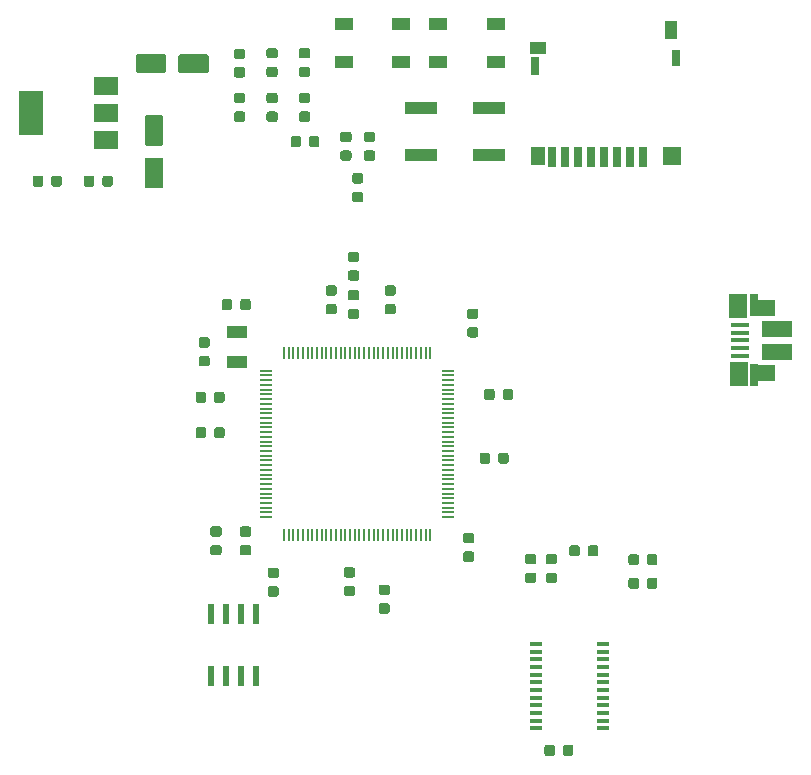
<source format=gtp>
G04 #@! TF.GenerationSoftware,KiCad,Pcbnew,5.0.1-33cea8e~68~ubuntu16.04.1*
G04 #@! TF.CreationDate,2019-04-06T14:10:21-04:00*
G04 #@! TF.ProjectId,electrosprawl,656C656374726F73707261776C2E6B69,rev?*
G04 #@! TF.SameCoordinates,Original*
G04 #@! TF.FileFunction,Paste,Top*
G04 #@! TF.FilePolarity,Positive*
%FSLAX46Y46*%
G04 Gerber Fmt 4.6, Leading zero omitted, Abs format (unit mm)*
G04 Created by KiCad (PCBNEW 5.0.1-33cea8e~68~ubuntu16.04.1) date Sat 06 Apr 2019 14:10:21 EDT*
%MOMM*%
%LPD*%
G01*
G04 APERTURE LIST*
%ADD10R,1.000000X0.230000*%
%ADD11R,0.230000X1.000000*%
%ADD12C,0.100000*%
%ADD13C,0.875000*%
%ADD14R,2.750000X1.000000*%
%ADD15R,0.700000X1.750000*%
%ADD16R,1.300000X1.500000*%
%ADD17R,0.800000X1.500000*%
%ADD18R,1.450000X1.000000*%
%ADD19R,0.800000X1.400000*%
%ADD20R,1.500000X1.500000*%
%ADD21R,1.000000X1.550000*%
%ADD22R,2.000000X1.350000*%
%ADD23R,0.700000X1.825000*%
%ADD24R,1.500000X2.000000*%
%ADD25R,1.650000X0.400000*%
%ADD26R,2.500000X1.430000*%
%ADD27R,1.800000X1.000000*%
%ADD28R,0.600000X1.660000*%
%ADD29R,1.500000X1.000000*%
%ADD30R,1.100000X0.400000*%
%ADD31C,1.600000*%
%ADD32R,2.000000X1.500000*%
%ADD33R,2.000000X3.800000*%
G04 APERTURE END LIST*
D10*
G04 #@! TO.C,U2*
X129179434Y-56769778D03*
X129179434Y-57169778D03*
X129179434Y-57569778D03*
X129179434Y-57969778D03*
X129179434Y-58369778D03*
X129179434Y-58769778D03*
X129179434Y-59169778D03*
X129179434Y-59569778D03*
X129179434Y-59969778D03*
X129179434Y-60369778D03*
X129179434Y-60769778D03*
X129179434Y-61169778D03*
X129179434Y-61569778D03*
X129179434Y-61969778D03*
X129179434Y-62369778D03*
X129179434Y-62769778D03*
X129179434Y-63169778D03*
X129179434Y-63569778D03*
X129179434Y-63969778D03*
X129179434Y-64369778D03*
X129179434Y-64769778D03*
X129179434Y-65169778D03*
X129179434Y-65569778D03*
X129179434Y-65969778D03*
X129179434Y-66369778D03*
X129179434Y-66769778D03*
X129179434Y-67169778D03*
X129179434Y-67569778D03*
X129179434Y-67969778D03*
X129179434Y-68369778D03*
X129179434Y-68769778D03*
X129179434Y-69169778D03*
D11*
X130679434Y-70669778D03*
X131079434Y-70669778D03*
X131479434Y-70669778D03*
X131879434Y-70669778D03*
X132279434Y-70669778D03*
X132679434Y-70669778D03*
X133079434Y-70669778D03*
X133479434Y-70669778D03*
X133879434Y-70669778D03*
X134279434Y-70669778D03*
X134679434Y-70669778D03*
X135079434Y-70669778D03*
X135479434Y-70669778D03*
X135879434Y-70669778D03*
X136279434Y-70669778D03*
X136679434Y-70669778D03*
X137079434Y-70669778D03*
X137479434Y-70669778D03*
X137879434Y-70669778D03*
X138279434Y-70669778D03*
X138679434Y-70669778D03*
X139079434Y-70669778D03*
X139479434Y-70669778D03*
X139879434Y-70669778D03*
X140279434Y-70669778D03*
X140679434Y-70669778D03*
X141079434Y-70669778D03*
X141479434Y-70669778D03*
X141879434Y-70669778D03*
X142279434Y-70669778D03*
X142679434Y-70669778D03*
X143079434Y-70669778D03*
D10*
X144579434Y-69169778D03*
X144579434Y-68769778D03*
X144579434Y-68369778D03*
X144579434Y-67969778D03*
X144579434Y-67569778D03*
X144579434Y-67169778D03*
X144579434Y-66769778D03*
X144579434Y-66369778D03*
X144579434Y-65969778D03*
X144579434Y-65569778D03*
X144579434Y-65169778D03*
X144579434Y-64769778D03*
X144579434Y-64369778D03*
X144579434Y-63969778D03*
X144579434Y-63569778D03*
X144579434Y-63169778D03*
X144579434Y-62769778D03*
X144579434Y-62369778D03*
X144579434Y-61969778D03*
X144579434Y-61569778D03*
X144579434Y-61169778D03*
X144579434Y-60769778D03*
X144579434Y-60369778D03*
X144579434Y-59969778D03*
X144579434Y-59569778D03*
X144579434Y-59169778D03*
X144579434Y-58769778D03*
X144579434Y-58369778D03*
X144579434Y-57969778D03*
X144579434Y-57569778D03*
X144579434Y-57169778D03*
X144579434Y-56769778D03*
D11*
X143079434Y-55269778D03*
X142679434Y-55269778D03*
X142279434Y-55269778D03*
X141879434Y-55269778D03*
X141479434Y-55269778D03*
X141079434Y-55269778D03*
X140679434Y-55269778D03*
X140279434Y-55269778D03*
X139879434Y-55269778D03*
X139479434Y-55269778D03*
X139079434Y-55269778D03*
X138679434Y-55269778D03*
X138279434Y-55269778D03*
X137879434Y-55269778D03*
X137479434Y-55269778D03*
X137079434Y-55269778D03*
X136679434Y-55269778D03*
X136279434Y-55269778D03*
X135879434Y-55269778D03*
X135479434Y-55269778D03*
X135079434Y-55269778D03*
X134679434Y-55269778D03*
X134279434Y-55269778D03*
X133879434Y-55269778D03*
X133479434Y-55269778D03*
X133079434Y-55269778D03*
X132679434Y-55269778D03*
X132279434Y-55269778D03*
X131879434Y-55269778D03*
X131479434Y-55269778D03*
X131079434Y-55269778D03*
X130679434Y-55269778D03*
G04 #@! TD*
D12*
G04 #@! TO.C,C6*
G36*
X136857125Y-51520831D02*
X136878360Y-51523981D01*
X136899184Y-51529197D01*
X136919396Y-51536429D01*
X136938802Y-51545608D01*
X136957215Y-51556644D01*
X136974458Y-51569432D01*
X136990364Y-51583848D01*
X137004780Y-51599754D01*
X137017568Y-51616997D01*
X137028604Y-51635410D01*
X137037783Y-51654816D01*
X137045015Y-51675028D01*
X137050231Y-51695852D01*
X137053381Y-51717087D01*
X137054434Y-51738528D01*
X137054434Y-52176028D01*
X137053381Y-52197469D01*
X137050231Y-52218704D01*
X137045015Y-52239528D01*
X137037783Y-52259740D01*
X137028604Y-52279146D01*
X137017568Y-52297559D01*
X137004780Y-52314802D01*
X136990364Y-52330708D01*
X136974458Y-52345124D01*
X136957215Y-52357912D01*
X136938802Y-52368948D01*
X136919396Y-52378127D01*
X136899184Y-52385359D01*
X136878360Y-52390575D01*
X136857125Y-52393725D01*
X136835684Y-52394778D01*
X136323184Y-52394778D01*
X136301743Y-52393725D01*
X136280508Y-52390575D01*
X136259684Y-52385359D01*
X136239472Y-52378127D01*
X136220066Y-52368948D01*
X136201653Y-52357912D01*
X136184410Y-52345124D01*
X136168504Y-52330708D01*
X136154088Y-52314802D01*
X136141300Y-52297559D01*
X136130264Y-52279146D01*
X136121085Y-52259740D01*
X136113853Y-52239528D01*
X136108637Y-52218704D01*
X136105487Y-52197469D01*
X136104434Y-52176028D01*
X136104434Y-51738528D01*
X136105487Y-51717087D01*
X136108637Y-51695852D01*
X136113853Y-51675028D01*
X136121085Y-51654816D01*
X136130264Y-51635410D01*
X136141300Y-51616997D01*
X136154088Y-51599754D01*
X136168504Y-51583848D01*
X136184410Y-51569432D01*
X136201653Y-51556644D01*
X136220066Y-51545608D01*
X136239472Y-51536429D01*
X136259684Y-51529197D01*
X136280508Y-51523981D01*
X136301743Y-51520831D01*
X136323184Y-51519778D01*
X136835684Y-51519778D01*
X136857125Y-51520831D01*
X136857125Y-51520831D01*
G37*
D13*
X136579434Y-51957278D03*
D12*
G36*
X136857125Y-49945831D02*
X136878360Y-49948981D01*
X136899184Y-49954197D01*
X136919396Y-49961429D01*
X136938802Y-49970608D01*
X136957215Y-49981644D01*
X136974458Y-49994432D01*
X136990364Y-50008848D01*
X137004780Y-50024754D01*
X137017568Y-50041997D01*
X137028604Y-50060410D01*
X137037783Y-50079816D01*
X137045015Y-50100028D01*
X137050231Y-50120852D01*
X137053381Y-50142087D01*
X137054434Y-50163528D01*
X137054434Y-50601028D01*
X137053381Y-50622469D01*
X137050231Y-50643704D01*
X137045015Y-50664528D01*
X137037783Y-50684740D01*
X137028604Y-50704146D01*
X137017568Y-50722559D01*
X137004780Y-50739802D01*
X136990364Y-50755708D01*
X136974458Y-50770124D01*
X136957215Y-50782912D01*
X136938802Y-50793948D01*
X136919396Y-50803127D01*
X136899184Y-50810359D01*
X136878360Y-50815575D01*
X136857125Y-50818725D01*
X136835684Y-50819778D01*
X136323184Y-50819778D01*
X136301743Y-50818725D01*
X136280508Y-50815575D01*
X136259684Y-50810359D01*
X136239472Y-50803127D01*
X136220066Y-50793948D01*
X136201653Y-50782912D01*
X136184410Y-50770124D01*
X136168504Y-50755708D01*
X136154088Y-50739802D01*
X136141300Y-50722559D01*
X136130264Y-50704146D01*
X136121085Y-50684740D01*
X136113853Y-50664528D01*
X136108637Y-50643704D01*
X136105487Y-50622469D01*
X136104434Y-50601028D01*
X136104434Y-50163528D01*
X136105487Y-50142087D01*
X136108637Y-50120852D01*
X136113853Y-50100028D01*
X136121085Y-50079816D01*
X136130264Y-50060410D01*
X136141300Y-50041997D01*
X136154088Y-50024754D01*
X136168504Y-50008848D01*
X136184410Y-49994432D01*
X136201653Y-49981644D01*
X136220066Y-49970608D01*
X136239472Y-49961429D01*
X136259684Y-49954197D01*
X136280508Y-49948981D01*
X136301743Y-49945831D01*
X136323184Y-49944778D01*
X136835684Y-49944778D01*
X136857125Y-49945831D01*
X136857125Y-49945831D01*
G37*
D13*
X136579434Y-50382278D03*
G04 #@! TD*
D14*
G04 #@! TO.C,SW1*
X148059434Y-34519778D03*
X142299434Y-34519778D03*
X142299434Y-38519778D03*
X148059434Y-38519778D03*
G04 #@! TD*
D12*
G04 #@! TO.C,C2*
G36*
X124207125Y-55520831D02*
X124228360Y-55523981D01*
X124249184Y-55529197D01*
X124269396Y-55536429D01*
X124288802Y-55545608D01*
X124307215Y-55556644D01*
X124324458Y-55569432D01*
X124340364Y-55583848D01*
X124354780Y-55599754D01*
X124367568Y-55616997D01*
X124378604Y-55635410D01*
X124387783Y-55654816D01*
X124395015Y-55675028D01*
X124400231Y-55695852D01*
X124403381Y-55717087D01*
X124404434Y-55738528D01*
X124404434Y-56176028D01*
X124403381Y-56197469D01*
X124400231Y-56218704D01*
X124395015Y-56239528D01*
X124387783Y-56259740D01*
X124378604Y-56279146D01*
X124367568Y-56297559D01*
X124354780Y-56314802D01*
X124340364Y-56330708D01*
X124324458Y-56345124D01*
X124307215Y-56357912D01*
X124288802Y-56368948D01*
X124269396Y-56378127D01*
X124249184Y-56385359D01*
X124228360Y-56390575D01*
X124207125Y-56393725D01*
X124185684Y-56394778D01*
X123673184Y-56394778D01*
X123651743Y-56393725D01*
X123630508Y-56390575D01*
X123609684Y-56385359D01*
X123589472Y-56378127D01*
X123570066Y-56368948D01*
X123551653Y-56357912D01*
X123534410Y-56345124D01*
X123518504Y-56330708D01*
X123504088Y-56314802D01*
X123491300Y-56297559D01*
X123480264Y-56279146D01*
X123471085Y-56259740D01*
X123463853Y-56239528D01*
X123458637Y-56218704D01*
X123455487Y-56197469D01*
X123454434Y-56176028D01*
X123454434Y-55738528D01*
X123455487Y-55717087D01*
X123458637Y-55695852D01*
X123463853Y-55675028D01*
X123471085Y-55654816D01*
X123480264Y-55635410D01*
X123491300Y-55616997D01*
X123504088Y-55599754D01*
X123518504Y-55583848D01*
X123534410Y-55569432D01*
X123551653Y-55556644D01*
X123570066Y-55545608D01*
X123589472Y-55536429D01*
X123609684Y-55529197D01*
X123630508Y-55523981D01*
X123651743Y-55520831D01*
X123673184Y-55519778D01*
X124185684Y-55519778D01*
X124207125Y-55520831D01*
X124207125Y-55520831D01*
G37*
D13*
X123929434Y-55957278D03*
D12*
G36*
X124207125Y-53945831D02*
X124228360Y-53948981D01*
X124249184Y-53954197D01*
X124269396Y-53961429D01*
X124288802Y-53970608D01*
X124307215Y-53981644D01*
X124324458Y-53994432D01*
X124340364Y-54008848D01*
X124354780Y-54024754D01*
X124367568Y-54041997D01*
X124378604Y-54060410D01*
X124387783Y-54079816D01*
X124395015Y-54100028D01*
X124400231Y-54120852D01*
X124403381Y-54142087D01*
X124404434Y-54163528D01*
X124404434Y-54601028D01*
X124403381Y-54622469D01*
X124400231Y-54643704D01*
X124395015Y-54664528D01*
X124387783Y-54684740D01*
X124378604Y-54704146D01*
X124367568Y-54722559D01*
X124354780Y-54739802D01*
X124340364Y-54755708D01*
X124324458Y-54770124D01*
X124307215Y-54782912D01*
X124288802Y-54793948D01*
X124269396Y-54803127D01*
X124249184Y-54810359D01*
X124228360Y-54815575D01*
X124207125Y-54818725D01*
X124185684Y-54819778D01*
X123673184Y-54819778D01*
X123651743Y-54818725D01*
X123630508Y-54815575D01*
X123609684Y-54810359D01*
X123589472Y-54803127D01*
X123570066Y-54793948D01*
X123551653Y-54782912D01*
X123534410Y-54770124D01*
X123518504Y-54755708D01*
X123504088Y-54739802D01*
X123491300Y-54722559D01*
X123480264Y-54704146D01*
X123471085Y-54684740D01*
X123463853Y-54664528D01*
X123458637Y-54643704D01*
X123455487Y-54622469D01*
X123454434Y-54601028D01*
X123454434Y-54163528D01*
X123455487Y-54142087D01*
X123458637Y-54120852D01*
X123463853Y-54100028D01*
X123471085Y-54079816D01*
X123480264Y-54060410D01*
X123491300Y-54041997D01*
X123504088Y-54024754D01*
X123518504Y-54008848D01*
X123534410Y-53994432D01*
X123551653Y-53981644D01*
X123570066Y-53970608D01*
X123589472Y-53961429D01*
X123609684Y-53954197D01*
X123630508Y-53948981D01*
X123651743Y-53945831D01*
X123673184Y-53944778D01*
X124185684Y-53944778D01*
X124207125Y-53945831D01*
X124207125Y-53945831D01*
G37*
D13*
X123929434Y-54382278D03*
G04 #@! TD*
D12*
G04 #@! TO.C,C3*
G36*
X125207125Y-69945831D02*
X125228360Y-69948981D01*
X125249184Y-69954197D01*
X125269396Y-69961429D01*
X125288802Y-69970608D01*
X125307215Y-69981644D01*
X125324458Y-69994432D01*
X125340364Y-70008848D01*
X125354780Y-70024754D01*
X125367568Y-70041997D01*
X125378604Y-70060410D01*
X125387783Y-70079816D01*
X125395015Y-70100028D01*
X125400231Y-70120852D01*
X125403381Y-70142087D01*
X125404434Y-70163528D01*
X125404434Y-70601028D01*
X125403381Y-70622469D01*
X125400231Y-70643704D01*
X125395015Y-70664528D01*
X125387783Y-70684740D01*
X125378604Y-70704146D01*
X125367568Y-70722559D01*
X125354780Y-70739802D01*
X125340364Y-70755708D01*
X125324458Y-70770124D01*
X125307215Y-70782912D01*
X125288802Y-70793948D01*
X125269396Y-70803127D01*
X125249184Y-70810359D01*
X125228360Y-70815575D01*
X125207125Y-70818725D01*
X125185684Y-70819778D01*
X124673184Y-70819778D01*
X124651743Y-70818725D01*
X124630508Y-70815575D01*
X124609684Y-70810359D01*
X124589472Y-70803127D01*
X124570066Y-70793948D01*
X124551653Y-70782912D01*
X124534410Y-70770124D01*
X124518504Y-70755708D01*
X124504088Y-70739802D01*
X124491300Y-70722559D01*
X124480264Y-70704146D01*
X124471085Y-70684740D01*
X124463853Y-70664528D01*
X124458637Y-70643704D01*
X124455487Y-70622469D01*
X124454434Y-70601028D01*
X124454434Y-70163528D01*
X124455487Y-70142087D01*
X124458637Y-70120852D01*
X124463853Y-70100028D01*
X124471085Y-70079816D01*
X124480264Y-70060410D01*
X124491300Y-70041997D01*
X124504088Y-70024754D01*
X124518504Y-70008848D01*
X124534410Y-69994432D01*
X124551653Y-69981644D01*
X124570066Y-69970608D01*
X124589472Y-69961429D01*
X124609684Y-69954197D01*
X124630508Y-69948981D01*
X124651743Y-69945831D01*
X124673184Y-69944778D01*
X125185684Y-69944778D01*
X125207125Y-69945831D01*
X125207125Y-69945831D01*
G37*
D13*
X124929434Y-70382278D03*
D12*
G36*
X125207125Y-71520831D02*
X125228360Y-71523981D01*
X125249184Y-71529197D01*
X125269396Y-71536429D01*
X125288802Y-71545608D01*
X125307215Y-71556644D01*
X125324458Y-71569432D01*
X125340364Y-71583848D01*
X125354780Y-71599754D01*
X125367568Y-71616997D01*
X125378604Y-71635410D01*
X125387783Y-71654816D01*
X125395015Y-71675028D01*
X125400231Y-71695852D01*
X125403381Y-71717087D01*
X125404434Y-71738528D01*
X125404434Y-72176028D01*
X125403381Y-72197469D01*
X125400231Y-72218704D01*
X125395015Y-72239528D01*
X125387783Y-72259740D01*
X125378604Y-72279146D01*
X125367568Y-72297559D01*
X125354780Y-72314802D01*
X125340364Y-72330708D01*
X125324458Y-72345124D01*
X125307215Y-72357912D01*
X125288802Y-72368948D01*
X125269396Y-72378127D01*
X125249184Y-72385359D01*
X125228360Y-72390575D01*
X125207125Y-72393725D01*
X125185684Y-72394778D01*
X124673184Y-72394778D01*
X124651743Y-72393725D01*
X124630508Y-72390575D01*
X124609684Y-72385359D01*
X124589472Y-72378127D01*
X124570066Y-72368948D01*
X124551653Y-72357912D01*
X124534410Y-72345124D01*
X124518504Y-72330708D01*
X124504088Y-72314802D01*
X124491300Y-72297559D01*
X124480264Y-72279146D01*
X124471085Y-72259740D01*
X124463853Y-72239528D01*
X124458637Y-72218704D01*
X124455487Y-72197469D01*
X124454434Y-72176028D01*
X124454434Y-71738528D01*
X124455487Y-71717087D01*
X124458637Y-71695852D01*
X124463853Y-71675028D01*
X124471085Y-71654816D01*
X124480264Y-71635410D01*
X124491300Y-71616997D01*
X124504088Y-71599754D01*
X124518504Y-71583848D01*
X124534410Y-71569432D01*
X124551653Y-71556644D01*
X124570066Y-71545608D01*
X124589472Y-71536429D01*
X124609684Y-71529197D01*
X124630508Y-71523981D01*
X124651743Y-71520831D01*
X124673184Y-71519778D01*
X125185684Y-71519778D01*
X125207125Y-71520831D01*
X125207125Y-71520831D01*
G37*
D13*
X124929434Y-71957278D03*
G04 #@! TD*
D12*
G04 #@! TO.C,C4*
G36*
X123882125Y-61545831D02*
X123903360Y-61548981D01*
X123924184Y-61554197D01*
X123944396Y-61561429D01*
X123963802Y-61570608D01*
X123982215Y-61581644D01*
X123999458Y-61594432D01*
X124015364Y-61608848D01*
X124029780Y-61624754D01*
X124042568Y-61641997D01*
X124053604Y-61660410D01*
X124062783Y-61679816D01*
X124070015Y-61700028D01*
X124075231Y-61720852D01*
X124078381Y-61742087D01*
X124079434Y-61763528D01*
X124079434Y-62276028D01*
X124078381Y-62297469D01*
X124075231Y-62318704D01*
X124070015Y-62339528D01*
X124062783Y-62359740D01*
X124053604Y-62379146D01*
X124042568Y-62397559D01*
X124029780Y-62414802D01*
X124015364Y-62430708D01*
X123999458Y-62445124D01*
X123982215Y-62457912D01*
X123963802Y-62468948D01*
X123944396Y-62478127D01*
X123924184Y-62485359D01*
X123903360Y-62490575D01*
X123882125Y-62493725D01*
X123860684Y-62494778D01*
X123423184Y-62494778D01*
X123401743Y-62493725D01*
X123380508Y-62490575D01*
X123359684Y-62485359D01*
X123339472Y-62478127D01*
X123320066Y-62468948D01*
X123301653Y-62457912D01*
X123284410Y-62445124D01*
X123268504Y-62430708D01*
X123254088Y-62414802D01*
X123241300Y-62397559D01*
X123230264Y-62379146D01*
X123221085Y-62359740D01*
X123213853Y-62339528D01*
X123208637Y-62318704D01*
X123205487Y-62297469D01*
X123204434Y-62276028D01*
X123204434Y-61763528D01*
X123205487Y-61742087D01*
X123208637Y-61720852D01*
X123213853Y-61700028D01*
X123221085Y-61679816D01*
X123230264Y-61660410D01*
X123241300Y-61641997D01*
X123254088Y-61624754D01*
X123268504Y-61608848D01*
X123284410Y-61594432D01*
X123301653Y-61581644D01*
X123320066Y-61570608D01*
X123339472Y-61561429D01*
X123359684Y-61554197D01*
X123380508Y-61548981D01*
X123401743Y-61545831D01*
X123423184Y-61544778D01*
X123860684Y-61544778D01*
X123882125Y-61545831D01*
X123882125Y-61545831D01*
G37*
D13*
X123641934Y-62019778D03*
D12*
G36*
X125457125Y-61545831D02*
X125478360Y-61548981D01*
X125499184Y-61554197D01*
X125519396Y-61561429D01*
X125538802Y-61570608D01*
X125557215Y-61581644D01*
X125574458Y-61594432D01*
X125590364Y-61608848D01*
X125604780Y-61624754D01*
X125617568Y-61641997D01*
X125628604Y-61660410D01*
X125637783Y-61679816D01*
X125645015Y-61700028D01*
X125650231Y-61720852D01*
X125653381Y-61742087D01*
X125654434Y-61763528D01*
X125654434Y-62276028D01*
X125653381Y-62297469D01*
X125650231Y-62318704D01*
X125645015Y-62339528D01*
X125637783Y-62359740D01*
X125628604Y-62379146D01*
X125617568Y-62397559D01*
X125604780Y-62414802D01*
X125590364Y-62430708D01*
X125574458Y-62445124D01*
X125557215Y-62457912D01*
X125538802Y-62468948D01*
X125519396Y-62478127D01*
X125499184Y-62485359D01*
X125478360Y-62490575D01*
X125457125Y-62493725D01*
X125435684Y-62494778D01*
X124998184Y-62494778D01*
X124976743Y-62493725D01*
X124955508Y-62490575D01*
X124934684Y-62485359D01*
X124914472Y-62478127D01*
X124895066Y-62468948D01*
X124876653Y-62457912D01*
X124859410Y-62445124D01*
X124843504Y-62430708D01*
X124829088Y-62414802D01*
X124816300Y-62397559D01*
X124805264Y-62379146D01*
X124796085Y-62359740D01*
X124788853Y-62339528D01*
X124783637Y-62318704D01*
X124780487Y-62297469D01*
X124779434Y-62276028D01*
X124779434Y-61763528D01*
X124780487Y-61742087D01*
X124783637Y-61720852D01*
X124788853Y-61700028D01*
X124796085Y-61679816D01*
X124805264Y-61660410D01*
X124816300Y-61641997D01*
X124829088Y-61624754D01*
X124843504Y-61608848D01*
X124859410Y-61594432D01*
X124876653Y-61581644D01*
X124895066Y-61570608D01*
X124914472Y-61561429D01*
X124934684Y-61554197D01*
X124955508Y-61548981D01*
X124976743Y-61545831D01*
X124998184Y-61544778D01*
X125435684Y-61544778D01*
X125457125Y-61545831D01*
X125457125Y-61545831D01*
G37*
D13*
X125216934Y-62019778D03*
G04 #@! TD*
D12*
G04 #@! TO.C,C5*
G36*
X123882125Y-58545831D02*
X123903360Y-58548981D01*
X123924184Y-58554197D01*
X123944396Y-58561429D01*
X123963802Y-58570608D01*
X123982215Y-58581644D01*
X123999458Y-58594432D01*
X124015364Y-58608848D01*
X124029780Y-58624754D01*
X124042568Y-58641997D01*
X124053604Y-58660410D01*
X124062783Y-58679816D01*
X124070015Y-58700028D01*
X124075231Y-58720852D01*
X124078381Y-58742087D01*
X124079434Y-58763528D01*
X124079434Y-59276028D01*
X124078381Y-59297469D01*
X124075231Y-59318704D01*
X124070015Y-59339528D01*
X124062783Y-59359740D01*
X124053604Y-59379146D01*
X124042568Y-59397559D01*
X124029780Y-59414802D01*
X124015364Y-59430708D01*
X123999458Y-59445124D01*
X123982215Y-59457912D01*
X123963802Y-59468948D01*
X123944396Y-59478127D01*
X123924184Y-59485359D01*
X123903360Y-59490575D01*
X123882125Y-59493725D01*
X123860684Y-59494778D01*
X123423184Y-59494778D01*
X123401743Y-59493725D01*
X123380508Y-59490575D01*
X123359684Y-59485359D01*
X123339472Y-59478127D01*
X123320066Y-59468948D01*
X123301653Y-59457912D01*
X123284410Y-59445124D01*
X123268504Y-59430708D01*
X123254088Y-59414802D01*
X123241300Y-59397559D01*
X123230264Y-59379146D01*
X123221085Y-59359740D01*
X123213853Y-59339528D01*
X123208637Y-59318704D01*
X123205487Y-59297469D01*
X123204434Y-59276028D01*
X123204434Y-58763528D01*
X123205487Y-58742087D01*
X123208637Y-58720852D01*
X123213853Y-58700028D01*
X123221085Y-58679816D01*
X123230264Y-58660410D01*
X123241300Y-58641997D01*
X123254088Y-58624754D01*
X123268504Y-58608848D01*
X123284410Y-58594432D01*
X123301653Y-58581644D01*
X123320066Y-58570608D01*
X123339472Y-58561429D01*
X123359684Y-58554197D01*
X123380508Y-58548981D01*
X123401743Y-58545831D01*
X123423184Y-58544778D01*
X123860684Y-58544778D01*
X123882125Y-58545831D01*
X123882125Y-58545831D01*
G37*
D13*
X123641934Y-59019778D03*
D12*
G36*
X125457125Y-58545831D02*
X125478360Y-58548981D01*
X125499184Y-58554197D01*
X125519396Y-58561429D01*
X125538802Y-58570608D01*
X125557215Y-58581644D01*
X125574458Y-58594432D01*
X125590364Y-58608848D01*
X125604780Y-58624754D01*
X125617568Y-58641997D01*
X125628604Y-58660410D01*
X125637783Y-58679816D01*
X125645015Y-58700028D01*
X125650231Y-58720852D01*
X125653381Y-58742087D01*
X125654434Y-58763528D01*
X125654434Y-59276028D01*
X125653381Y-59297469D01*
X125650231Y-59318704D01*
X125645015Y-59339528D01*
X125637783Y-59359740D01*
X125628604Y-59379146D01*
X125617568Y-59397559D01*
X125604780Y-59414802D01*
X125590364Y-59430708D01*
X125574458Y-59445124D01*
X125557215Y-59457912D01*
X125538802Y-59468948D01*
X125519396Y-59478127D01*
X125499184Y-59485359D01*
X125478360Y-59490575D01*
X125457125Y-59493725D01*
X125435684Y-59494778D01*
X124998184Y-59494778D01*
X124976743Y-59493725D01*
X124955508Y-59490575D01*
X124934684Y-59485359D01*
X124914472Y-59478127D01*
X124895066Y-59468948D01*
X124876653Y-59457912D01*
X124859410Y-59445124D01*
X124843504Y-59430708D01*
X124829088Y-59414802D01*
X124816300Y-59397559D01*
X124805264Y-59379146D01*
X124796085Y-59359740D01*
X124788853Y-59339528D01*
X124783637Y-59318704D01*
X124780487Y-59297469D01*
X124779434Y-59276028D01*
X124779434Y-58763528D01*
X124780487Y-58742087D01*
X124783637Y-58720852D01*
X124788853Y-58700028D01*
X124796085Y-58679816D01*
X124805264Y-58660410D01*
X124816300Y-58641997D01*
X124829088Y-58624754D01*
X124843504Y-58608848D01*
X124859410Y-58594432D01*
X124876653Y-58581644D01*
X124895066Y-58570608D01*
X124914472Y-58561429D01*
X124934684Y-58554197D01*
X124955508Y-58548981D01*
X124976743Y-58545831D01*
X124998184Y-58544778D01*
X125435684Y-58544778D01*
X125457125Y-58545831D01*
X125457125Y-58545831D01*
G37*
D13*
X125216934Y-59019778D03*
G04 #@! TD*
D12*
G04 #@! TO.C,C7*
G36*
X136857125Y-46695831D02*
X136878360Y-46698981D01*
X136899184Y-46704197D01*
X136919396Y-46711429D01*
X136938802Y-46720608D01*
X136957215Y-46731644D01*
X136974458Y-46744432D01*
X136990364Y-46758848D01*
X137004780Y-46774754D01*
X137017568Y-46791997D01*
X137028604Y-46810410D01*
X137037783Y-46829816D01*
X137045015Y-46850028D01*
X137050231Y-46870852D01*
X137053381Y-46892087D01*
X137054434Y-46913528D01*
X137054434Y-47351028D01*
X137053381Y-47372469D01*
X137050231Y-47393704D01*
X137045015Y-47414528D01*
X137037783Y-47434740D01*
X137028604Y-47454146D01*
X137017568Y-47472559D01*
X137004780Y-47489802D01*
X136990364Y-47505708D01*
X136974458Y-47520124D01*
X136957215Y-47532912D01*
X136938802Y-47543948D01*
X136919396Y-47553127D01*
X136899184Y-47560359D01*
X136878360Y-47565575D01*
X136857125Y-47568725D01*
X136835684Y-47569778D01*
X136323184Y-47569778D01*
X136301743Y-47568725D01*
X136280508Y-47565575D01*
X136259684Y-47560359D01*
X136239472Y-47553127D01*
X136220066Y-47543948D01*
X136201653Y-47532912D01*
X136184410Y-47520124D01*
X136168504Y-47505708D01*
X136154088Y-47489802D01*
X136141300Y-47472559D01*
X136130264Y-47454146D01*
X136121085Y-47434740D01*
X136113853Y-47414528D01*
X136108637Y-47393704D01*
X136105487Y-47372469D01*
X136104434Y-47351028D01*
X136104434Y-46913528D01*
X136105487Y-46892087D01*
X136108637Y-46870852D01*
X136113853Y-46850028D01*
X136121085Y-46829816D01*
X136130264Y-46810410D01*
X136141300Y-46791997D01*
X136154088Y-46774754D01*
X136168504Y-46758848D01*
X136184410Y-46744432D01*
X136201653Y-46731644D01*
X136220066Y-46720608D01*
X136239472Y-46711429D01*
X136259684Y-46704197D01*
X136280508Y-46698981D01*
X136301743Y-46695831D01*
X136323184Y-46694778D01*
X136835684Y-46694778D01*
X136857125Y-46695831D01*
X136857125Y-46695831D01*
G37*
D13*
X136579434Y-47132278D03*
D12*
G36*
X136857125Y-48270831D02*
X136878360Y-48273981D01*
X136899184Y-48279197D01*
X136919396Y-48286429D01*
X136938802Y-48295608D01*
X136957215Y-48306644D01*
X136974458Y-48319432D01*
X136990364Y-48333848D01*
X137004780Y-48349754D01*
X137017568Y-48366997D01*
X137028604Y-48385410D01*
X137037783Y-48404816D01*
X137045015Y-48425028D01*
X137050231Y-48445852D01*
X137053381Y-48467087D01*
X137054434Y-48488528D01*
X137054434Y-48926028D01*
X137053381Y-48947469D01*
X137050231Y-48968704D01*
X137045015Y-48989528D01*
X137037783Y-49009740D01*
X137028604Y-49029146D01*
X137017568Y-49047559D01*
X137004780Y-49064802D01*
X136990364Y-49080708D01*
X136974458Y-49095124D01*
X136957215Y-49107912D01*
X136938802Y-49118948D01*
X136919396Y-49128127D01*
X136899184Y-49135359D01*
X136878360Y-49140575D01*
X136857125Y-49143725D01*
X136835684Y-49144778D01*
X136323184Y-49144778D01*
X136301743Y-49143725D01*
X136280508Y-49140575D01*
X136259684Y-49135359D01*
X136239472Y-49128127D01*
X136220066Y-49118948D01*
X136201653Y-49107912D01*
X136184410Y-49095124D01*
X136168504Y-49080708D01*
X136154088Y-49064802D01*
X136141300Y-49047559D01*
X136130264Y-49029146D01*
X136121085Y-49009740D01*
X136113853Y-48989528D01*
X136108637Y-48968704D01*
X136105487Y-48947469D01*
X136104434Y-48926028D01*
X136104434Y-48488528D01*
X136105487Y-48467087D01*
X136108637Y-48445852D01*
X136113853Y-48425028D01*
X136121085Y-48404816D01*
X136130264Y-48385410D01*
X136141300Y-48366997D01*
X136154088Y-48349754D01*
X136168504Y-48333848D01*
X136184410Y-48319432D01*
X136201653Y-48306644D01*
X136220066Y-48295608D01*
X136239472Y-48286429D01*
X136259684Y-48279197D01*
X136280508Y-48273981D01*
X136301743Y-48270831D01*
X136323184Y-48269778D01*
X136835684Y-48269778D01*
X136857125Y-48270831D01*
X136857125Y-48270831D01*
G37*
D13*
X136579434Y-48707278D03*
G04 #@! TD*
D12*
G04 #@! TO.C,C8*
G36*
X137207125Y-40045831D02*
X137228360Y-40048981D01*
X137249184Y-40054197D01*
X137269396Y-40061429D01*
X137288802Y-40070608D01*
X137307215Y-40081644D01*
X137324458Y-40094432D01*
X137340364Y-40108848D01*
X137354780Y-40124754D01*
X137367568Y-40141997D01*
X137378604Y-40160410D01*
X137387783Y-40179816D01*
X137395015Y-40200028D01*
X137400231Y-40220852D01*
X137403381Y-40242087D01*
X137404434Y-40263528D01*
X137404434Y-40701028D01*
X137403381Y-40722469D01*
X137400231Y-40743704D01*
X137395015Y-40764528D01*
X137387783Y-40784740D01*
X137378604Y-40804146D01*
X137367568Y-40822559D01*
X137354780Y-40839802D01*
X137340364Y-40855708D01*
X137324458Y-40870124D01*
X137307215Y-40882912D01*
X137288802Y-40893948D01*
X137269396Y-40903127D01*
X137249184Y-40910359D01*
X137228360Y-40915575D01*
X137207125Y-40918725D01*
X137185684Y-40919778D01*
X136673184Y-40919778D01*
X136651743Y-40918725D01*
X136630508Y-40915575D01*
X136609684Y-40910359D01*
X136589472Y-40903127D01*
X136570066Y-40893948D01*
X136551653Y-40882912D01*
X136534410Y-40870124D01*
X136518504Y-40855708D01*
X136504088Y-40839802D01*
X136491300Y-40822559D01*
X136480264Y-40804146D01*
X136471085Y-40784740D01*
X136463853Y-40764528D01*
X136458637Y-40743704D01*
X136455487Y-40722469D01*
X136454434Y-40701028D01*
X136454434Y-40263528D01*
X136455487Y-40242087D01*
X136458637Y-40220852D01*
X136463853Y-40200028D01*
X136471085Y-40179816D01*
X136480264Y-40160410D01*
X136491300Y-40141997D01*
X136504088Y-40124754D01*
X136518504Y-40108848D01*
X136534410Y-40094432D01*
X136551653Y-40081644D01*
X136570066Y-40070608D01*
X136589472Y-40061429D01*
X136609684Y-40054197D01*
X136630508Y-40048981D01*
X136651743Y-40045831D01*
X136673184Y-40044778D01*
X137185684Y-40044778D01*
X137207125Y-40045831D01*
X137207125Y-40045831D01*
G37*
D13*
X136929434Y-40482278D03*
D12*
G36*
X137207125Y-41620831D02*
X137228360Y-41623981D01*
X137249184Y-41629197D01*
X137269396Y-41636429D01*
X137288802Y-41645608D01*
X137307215Y-41656644D01*
X137324458Y-41669432D01*
X137340364Y-41683848D01*
X137354780Y-41699754D01*
X137367568Y-41716997D01*
X137378604Y-41735410D01*
X137387783Y-41754816D01*
X137395015Y-41775028D01*
X137400231Y-41795852D01*
X137403381Y-41817087D01*
X137404434Y-41838528D01*
X137404434Y-42276028D01*
X137403381Y-42297469D01*
X137400231Y-42318704D01*
X137395015Y-42339528D01*
X137387783Y-42359740D01*
X137378604Y-42379146D01*
X137367568Y-42397559D01*
X137354780Y-42414802D01*
X137340364Y-42430708D01*
X137324458Y-42445124D01*
X137307215Y-42457912D01*
X137288802Y-42468948D01*
X137269396Y-42478127D01*
X137249184Y-42485359D01*
X137228360Y-42490575D01*
X137207125Y-42493725D01*
X137185684Y-42494778D01*
X136673184Y-42494778D01*
X136651743Y-42493725D01*
X136630508Y-42490575D01*
X136609684Y-42485359D01*
X136589472Y-42478127D01*
X136570066Y-42468948D01*
X136551653Y-42457912D01*
X136534410Y-42445124D01*
X136518504Y-42430708D01*
X136504088Y-42414802D01*
X136491300Y-42397559D01*
X136480264Y-42379146D01*
X136471085Y-42359740D01*
X136463853Y-42339528D01*
X136458637Y-42318704D01*
X136455487Y-42297469D01*
X136454434Y-42276028D01*
X136454434Y-41838528D01*
X136455487Y-41817087D01*
X136458637Y-41795852D01*
X136463853Y-41775028D01*
X136471085Y-41754816D01*
X136480264Y-41735410D01*
X136491300Y-41716997D01*
X136504088Y-41699754D01*
X136518504Y-41683848D01*
X136534410Y-41669432D01*
X136551653Y-41656644D01*
X136570066Y-41645608D01*
X136589472Y-41636429D01*
X136609684Y-41629197D01*
X136630508Y-41623981D01*
X136651743Y-41620831D01*
X136673184Y-41619778D01*
X137185684Y-41619778D01*
X137207125Y-41620831D01*
X137207125Y-41620831D01*
G37*
D13*
X136929434Y-42057278D03*
G04 #@! TD*
D12*
G04 #@! TO.C,C1*
G36*
X126094625Y-50695831D02*
X126115860Y-50698981D01*
X126136684Y-50704197D01*
X126156896Y-50711429D01*
X126176302Y-50720608D01*
X126194715Y-50731644D01*
X126211958Y-50744432D01*
X126227864Y-50758848D01*
X126242280Y-50774754D01*
X126255068Y-50791997D01*
X126266104Y-50810410D01*
X126275283Y-50829816D01*
X126282515Y-50850028D01*
X126287731Y-50870852D01*
X126290881Y-50892087D01*
X126291934Y-50913528D01*
X126291934Y-51426028D01*
X126290881Y-51447469D01*
X126287731Y-51468704D01*
X126282515Y-51489528D01*
X126275283Y-51509740D01*
X126266104Y-51529146D01*
X126255068Y-51547559D01*
X126242280Y-51564802D01*
X126227864Y-51580708D01*
X126211958Y-51595124D01*
X126194715Y-51607912D01*
X126176302Y-51618948D01*
X126156896Y-51628127D01*
X126136684Y-51635359D01*
X126115860Y-51640575D01*
X126094625Y-51643725D01*
X126073184Y-51644778D01*
X125635684Y-51644778D01*
X125614243Y-51643725D01*
X125593008Y-51640575D01*
X125572184Y-51635359D01*
X125551972Y-51628127D01*
X125532566Y-51618948D01*
X125514153Y-51607912D01*
X125496910Y-51595124D01*
X125481004Y-51580708D01*
X125466588Y-51564802D01*
X125453800Y-51547559D01*
X125442764Y-51529146D01*
X125433585Y-51509740D01*
X125426353Y-51489528D01*
X125421137Y-51468704D01*
X125417987Y-51447469D01*
X125416934Y-51426028D01*
X125416934Y-50913528D01*
X125417987Y-50892087D01*
X125421137Y-50870852D01*
X125426353Y-50850028D01*
X125433585Y-50829816D01*
X125442764Y-50810410D01*
X125453800Y-50791997D01*
X125466588Y-50774754D01*
X125481004Y-50758848D01*
X125496910Y-50744432D01*
X125514153Y-50731644D01*
X125532566Y-50720608D01*
X125551972Y-50711429D01*
X125572184Y-50704197D01*
X125593008Y-50698981D01*
X125614243Y-50695831D01*
X125635684Y-50694778D01*
X126073184Y-50694778D01*
X126094625Y-50695831D01*
X126094625Y-50695831D01*
G37*
D13*
X125854434Y-51169778D03*
D12*
G36*
X127669625Y-50695831D02*
X127690860Y-50698981D01*
X127711684Y-50704197D01*
X127731896Y-50711429D01*
X127751302Y-50720608D01*
X127769715Y-50731644D01*
X127786958Y-50744432D01*
X127802864Y-50758848D01*
X127817280Y-50774754D01*
X127830068Y-50791997D01*
X127841104Y-50810410D01*
X127850283Y-50829816D01*
X127857515Y-50850028D01*
X127862731Y-50870852D01*
X127865881Y-50892087D01*
X127866934Y-50913528D01*
X127866934Y-51426028D01*
X127865881Y-51447469D01*
X127862731Y-51468704D01*
X127857515Y-51489528D01*
X127850283Y-51509740D01*
X127841104Y-51529146D01*
X127830068Y-51547559D01*
X127817280Y-51564802D01*
X127802864Y-51580708D01*
X127786958Y-51595124D01*
X127769715Y-51607912D01*
X127751302Y-51618948D01*
X127731896Y-51628127D01*
X127711684Y-51635359D01*
X127690860Y-51640575D01*
X127669625Y-51643725D01*
X127648184Y-51644778D01*
X127210684Y-51644778D01*
X127189243Y-51643725D01*
X127168008Y-51640575D01*
X127147184Y-51635359D01*
X127126972Y-51628127D01*
X127107566Y-51618948D01*
X127089153Y-51607912D01*
X127071910Y-51595124D01*
X127056004Y-51580708D01*
X127041588Y-51564802D01*
X127028800Y-51547559D01*
X127017764Y-51529146D01*
X127008585Y-51509740D01*
X127001353Y-51489528D01*
X126996137Y-51468704D01*
X126992987Y-51447469D01*
X126991934Y-51426028D01*
X126991934Y-50913528D01*
X126992987Y-50892087D01*
X126996137Y-50870852D01*
X127001353Y-50850028D01*
X127008585Y-50829816D01*
X127017764Y-50810410D01*
X127028800Y-50791997D01*
X127041588Y-50774754D01*
X127056004Y-50758848D01*
X127071910Y-50744432D01*
X127089153Y-50731644D01*
X127107566Y-50720608D01*
X127126972Y-50711429D01*
X127147184Y-50704197D01*
X127168008Y-50698981D01*
X127189243Y-50695831D01*
X127210684Y-50694778D01*
X127648184Y-50694778D01*
X127669625Y-50695831D01*
X127669625Y-50695831D01*
G37*
D13*
X127429434Y-51169778D03*
G04 #@! TD*
D12*
G04 #@! TO.C,C12*
G36*
X127707125Y-71520831D02*
X127728360Y-71523981D01*
X127749184Y-71529197D01*
X127769396Y-71536429D01*
X127788802Y-71545608D01*
X127807215Y-71556644D01*
X127824458Y-71569432D01*
X127840364Y-71583848D01*
X127854780Y-71599754D01*
X127867568Y-71616997D01*
X127878604Y-71635410D01*
X127887783Y-71654816D01*
X127895015Y-71675028D01*
X127900231Y-71695852D01*
X127903381Y-71717087D01*
X127904434Y-71738528D01*
X127904434Y-72176028D01*
X127903381Y-72197469D01*
X127900231Y-72218704D01*
X127895015Y-72239528D01*
X127887783Y-72259740D01*
X127878604Y-72279146D01*
X127867568Y-72297559D01*
X127854780Y-72314802D01*
X127840364Y-72330708D01*
X127824458Y-72345124D01*
X127807215Y-72357912D01*
X127788802Y-72368948D01*
X127769396Y-72378127D01*
X127749184Y-72385359D01*
X127728360Y-72390575D01*
X127707125Y-72393725D01*
X127685684Y-72394778D01*
X127173184Y-72394778D01*
X127151743Y-72393725D01*
X127130508Y-72390575D01*
X127109684Y-72385359D01*
X127089472Y-72378127D01*
X127070066Y-72368948D01*
X127051653Y-72357912D01*
X127034410Y-72345124D01*
X127018504Y-72330708D01*
X127004088Y-72314802D01*
X126991300Y-72297559D01*
X126980264Y-72279146D01*
X126971085Y-72259740D01*
X126963853Y-72239528D01*
X126958637Y-72218704D01*
X126955487Y-72197469D01*
X126954434Y-72176028D01*
X126954434Y-71738528D01*
X126955487Y-71717087D01*
X126958637Y-71695852D01*
X126963853Y-71675028D01*
X126971085Y-71654816D01*
X126980264Y-71635410D01*
X126991300Y-71616997D01*
X127004088Y-71599754D01*
X127018504Y-71583848D01*
X127034410Y-71569432D01*
X127051653Y-71556644D01*
X127070066Y-71545608D01*
X127089472Y-71536429D01*
X127109684Y-71529197D01*
X127130508Y-71523981D01*
X127151743Y-71520831D01*
X127173184Y-71519778D01*
X127685684Y-71519778D01*
X127707125Y-71520831D01*
X127707125Y-71520831D01*
G37*
D13*
X127429434Y-71957278D03*
D12*
G36*
X127707125Y-69945831D02*
X127728360Y-69948981D01*
X127749184Y-69954197D01*
X127769396Y-69961429D01*
X127788802Y-69970608D01*
X127807215Y-69981644D01*
X127824458Y-69994432D01*
X127840364Y-70008848D01*
X127854780Y-70024754D01*
X127867568Y-70041997D01*
X127878604Y-70060410D01*
X127887783Y-70079816D01*
X127895015Y-70100028D01*
X127900231Y-70120852D01*
X127903381Y-70142087D01*
X127904434Y-70163528D01*
X127904434Y-70601028D01*
X127903381Y-70622469D01*
X127900231Y-70643704D01*
X127895015Y-70664528D01*
X127887783Y-70684740D01*
X127878604Y-70704146D01*
X127867568Y-70722559D01*
X127854780Y-70739802D01*
X127840364Y-70755708D01*
X127824458Y-70770124D01*
X127807215Y-70782912D01*
X127788802Y-70793948D01*
X127769396Y-70803127D01*
X127749184Y-70810359D01*
X127728360Y-70815575D01*
X127707125Y-70818725D01*
X127685684Y-70819778D01*
X127173184Y-70819778D01*
X127151743Y-70818725D01*
X127130508Y-70815575D01*
X127109684Y-70810359D01*
X127089472Y-70803127D01*
X127070066Y-70793948D01*
X127051653Y-70782912D01*
X127034410Y-70770124D01*
X127018504Y-70755708D01*
X127004088Y-70739802D01*
X126991300Y-70722559D01*
X126980264Y-70704146D01*
X126971085Y-70684740D01*
X126963853Y-70664528D01*
X126958637Y-70643704D01*
X126955487Y-70622469D01*
X126954434Y-70601028D01*
X126954434Y-70163528D01*
X126955487Y-70142087D01*
X126958637Y-70120852D01*
X126963853Y-70100028D01*
X126971085Y-70079816D01*
X126980264Y-70060410D01*
X126991300Y-70041997D01*
X127004088Y-70024754D01*
X127018504Y-70008848D01*
X127034410Y-69994432D01*
X127051653Y-69981644D01*
X127070066Y-69970608D01*
X127089472Y-69961429D01*
X127109684Y-69954197D01*
X127130508Y-69948981D01*
X127151743Y-69945831D01*
X127173184Y-69944778D01*
X127685684Y-69944778D01*
X127707125Y-69945831D01*
X127707125Y-69945831D01*
G37*
D13*
X127429434Y-70382278D03*
G04 #@! TD*
D12*
G04 #@! TO.C,C13*
G36*
X134957125Y-51120831D02*
X134978360Y-51123981D01*
X134999184Y-51129197D01*
X135019396Y-51136429D01*
X135038802Y-51145608D01*
X135057215Y-51156644D01*
X135074458Y-51169432D01*
X135090364Y-51183848D01*
X135104780Y-51199754D01*
X135117568Y-51216997D01*
X135128604Y-51235410D01*
X135137783Y-51254816D01*
X135145015Y-51275028D01*
X135150231Y-51295852D01*
X135153381Y-51317087D01*
X135154434Y-51338528D01*
X135154434Y-51776028D01*
X135153381Y-51797469D01*
X135150231Y-51818704D01*
X135145015Y-51839528D01*
X135137783Y-51859740D01*
X135128604Y-51879146D01*
X135117568Y-51897559D01*
X135104780Y-51914802D01*
X135090364Y-51930708D01*
X135074458Y-51945124D01*
X135057215Y-51957912D01*
X135038802Y-51968948D01*
X135019396Y-51978127D01*
X134999184Y-51985359D01*
X134978360Y-51990575D01*
X134957125Y-51993725D01*
X134935684Y-51994778D01*
X134423184Y-51994778D01*
X134401743Y-51993725D01*
X134380508Y-51990575D01*
X134359684Y-51985359D01*
X134339472Y-51978127D01*
X134320066Y-51968948D01*
X134301653Y-51957912D01*
X134284410Y-51945124D01*
X134268504Y-51930708D01*
X134254088Y-51914802D01*
X134241300Y-51897559D01*
X134230264Y-51879146D01*
X134221085Y-51859740D01*
X134213853Y-51839528D01*
X134208637Y-51818704D01*
X134205487Y-51797469D01*
X134204434Y-51776028D01*
X134204434Y-51338528D01*
X134205487Y-51317087D01*
X134208637Y-51295852D01*
X134213853Y-51275028D01*
X134221085Y-51254816D01*
X134230264Y-51235410D01*
X134241300Y-51216997D01*
X134254088Y-51199754D01*
X134268504Y-51183848D01*
X134284410Y-51169432D01*
X134301653Y-51156644D01*
X134320066Y-51145608D01*
X134339472Y-51136429D01*
X134359684Y-51129197D01*
X134380508Y-51123981D01*
X134401743Y-51120831D01*
X134423184Y-51119778D01*
X134935684Y-51119778D01*
X134957125Y-51120831D01*
X134957125Y-51120831D01*
G37*
D13*
X134679434Y-51557278D03*
D12*
G36*
X134957125Y-49545831D02*
X134978360Y-49548981D01*
X134999184Y-49554197D01*
X135019396Y-49561429D01*
X135038802Y-49570608D01*
X135057215Y-49581644D01*
X135074458Y-49594432D01*
X135090364Y-49608848D01*
X135104780Y-49624754D01*
X135117568Y-49641997D01*
X135128604Y-49660410D01*
X135137783Y-49679816D01*
X135145015Y-49700028D01*
X135150231Y-49720852D01*
X135153381Y-49742087D01*
X135154434Y-49763528D01*
X135154434Y-50201028D01*
X135153381Y-50222469D01*
X135150231Y-50243704D01*
X135145015Y-50264528D01*
X135137783Y-50284740D01*
X135128604Y-50304146D01*
X135117568Y-50322559D01*
X135104780Y-50339802D01*
X135090364Y-50355708D01*
X135074458Y-50370124D01*
X135057215Y-50382912D01*
X135038802Y-50393948D01*
X135019396Y-50403127D01*
X134999184Y-50410359D01*
X134978360Y-50415575D01*
X134957125Y-50418725D01*
X134935684Y-50419778D01*
X134423184Y-50419778D01*
X134401743Y-50418725D01*
X134380508Y-50415575D01*
X134359684Y-50410359D01*
X134339472Y-50403127D01*
X134320066Y-50393948D01*
X134301653Y-50382912D01*
X134284410Y-50370124D01*
X134268504Y-50355708D01*
X134254088Y-50339802D01*
X134241300Y-50322559D01*
X134230264Y-50304146D01*
X134221085Y-50284740D01*
X134213853Y-50264528D01*
X134208637Y-50243704D01*
X134205487Y-50222469D01*
X134204434Y-50201028D01*
X134204434Y-49763528D01*
X134205487Y-49742087D01*
X134208637Y-49720852D01*
X134213853Y-49700028D01*
X134221085Y-49679816D01*
X134230264Y-49660410D01*
X134241300Y-49641997D01*
X134254088Y-49624754D01*
X134268504Y-49608848D01*
X134284410Y-49594432D01*
X134301653Y-49581644D01*
X134320066Y-49570608D01*
X134339472Y-49561429D01*
X134359684Y-49554197D01*
X134380508Y-49548981D01*
X134401743Y-49545831D01*
X134423184Y-49544778D01*
X134935684Y-49544778D01*
X134957125Y-49545831D01*
X134957125Y-49545831D01*
G37*
D13*
X134679434Y-49982278D03*
G04 #@! TD*
D12*
G04 #@! TO.C,C14*
G36*
X146957125Y-51508331D02*
X146978360Y-51511481D01*
X146999184Y-51516697D01*
X147019396Y-51523929D01*
X147038802Y-51533108D01*
X147057215Y-51544144D01*
X147074458Y-51556932D01*
X147090364Y-51571348D01*
X147104780Y-51587254D01*
X147117568Y-51604497D01*
X147128604Y-51622910D01*
X147137783Y-51642316D01*
X147145015Y-51662528D01*
X147150231Y-51683352D01*
X147153381Y-51704587D01*
X147154434Y-51726028D01*
X147154434Y-52163528D01*
X147153381Y-52184969D01*
X147150231Y-52206204D01*
X147145015Y-52227028D01*
X147137783Y-52247240D01*
X147128604Y-52266646D01*
X147117568Y-52285059D01*
X147104780Y-52302302D01*
X147090364Y-52318208D01*
X147074458Y-52332624D01*
X147057215Y-52345412D01*
X147038802Y-52356448D01*
X147019396Y-52365627D01*
X146999184Y-52372859D01*
X146978360Y-52378075D01*
X146957125Y-52381225D01*
X146935684Y-52382278D01*
X146423184Y-52382278D01*
X146401743Y-52381225D01*
X146380508Y-52378075D01*
X146359684Y-52372859D01*
X146339472Y-52365627D01*
X146320066Y-52356448D01*
X146301653Y-52345412D01*
X146284410Y-52332624D01*
X146268504Y-52318208D01*
X146254088Y-52302302D01*
X146241300Y-52285059D01*
X146230264Y-52266646D01*
X146221085Y-52247240D01*
X146213853Y-52227028D01*
X146208637Y-52206204D01*
X146205487Y-52184969D01*
X146204434Y-52163528D01*
X146204434Y-51726028D01*
X146205487Y-51704587D01*
X146208637Y-51683352D01*
X146213853Y-51662528D01*
X146221085Y-51642316D01*
X146230264Y-51622910D01*
X146241300Y-51604497D01*
X146254088Y-51587254D01*
X146268504Y-51571348D01*
X146284410Y-51556932D01*
X146301653Y-51544144D01*
X146320066Y-51533108D01*
X146339472Y-51523929D01*
X146359684Y-51516697D01*
X146380508Y-51511481D01*
X146401743Y-51508331D01*
X146423184Y-51507278D01*
X146935684Y-51507278D01*
X146957125Y-51508331D01*
X146957125Y-51508331D01*
G37*
D13*
X146679434Y-51944778D03*
D12*
G36*
X146957125Y-53083331D02*
X146978360Y-53086481D01*
X146999184Y-53091697D01*
X147019396Y-53098929D01*
X147038802Y-53108108D01*
X147057215Y-53119144D01*
X147074458Y-53131932D01*
X147090364Y-53146348D01*
X147104780Y-53162254D01*
X147117568Y-53179497D01*
X147128604Y-53197910D01*
X147137783Y-53217316D01*
X147145015Y-53237528D01*
X147150231Y-53258352D01*
X147153381Y-53279587D01*
X147154434Y-53301028D01*
X147154434Y-53738528D01*
X147153381Y-53759969D01*
X147150231Y-53781204D01*
X147145015Y-53802028D01*
X147137783Y-53822240D01*
X147128604Y-53841646D01*
X147117568Y-53860059D01*
X147104780Y-53877302D01*
X147090364Y-53893208D01*
X147074458Y-53907624D01*
X147057215Y-53920412D01*
X147038802Y-53931448D01*
X147019396Y-53940627D01*
X146999184Y-53947859D01*
X146978360Y-53953075D01*
X146957125Y-53956225D01*
X146935684Y-53957278D01*
X146423184Y-53957278D01*
X146401743Y-53956225D01*
X146380508Y-53953075D01*
X146359684Y-53947859D01*
X146339472Y-53940627D01*
X146320066Y-53931448D01*
X146301653Y-53920412D01*
X146284410Y-53907624D01*
X146268504Y-53893208D01*
X146254088Y-53877302D01*
X146241300Y-53860059D01*
X146230264Y-53841646D01*
X146221085Y-53822240D01*
X146213853Y-53802028D01*
X146208637Y-53781204D01*
X146205487Y-53759969D01*
X146204434Y-53738528D01*
X146204434Y-53301028D01*
X146205487Y-53279587D01*
X146208637Y-53258352D01*
X146213853Y-53237528D01*
X146221085Y-53217316D01*
X146230264Y-53197910D01*
X146241300Y-53179497D01*
X146254088Y-53162254D01*
X146268504Y-53146348D01*
X146284410Y-53131932D01*
X146301653Y-53119144D01*
X146320066Y-53108108D01*
X146339472Y-53098929D01*
X146359684Y-53091697D01*
X146380508Y-53086481D01*
X146401743Y-53083331D01*
X146423184Y-53082278D01*
X146935684Y-53082278D01*
X146957125Y-53083331D01*
X146957125Y-53083331D01*
G37*
D13*
X146679434Y-53519778D03*
G04 #@! TD*
D12*
G04 #@! TO.C,C15*
G36*
X139957125Y-51120831D02*
X139978360Y-51123981D01*
X139999184Y-51129197D01*
X140019396Y-51136429D01*
X140038802Y-51145608D01*
X140057215Y-51156644D01*
X140074458Y-51169432D01*
X140090364Y-51183848D01*
X140104780Y-51199754D01*
X140117568Y-51216997D01*
X140128604Y-51235410D01*
X140137783Y-51254816D01*
X140145015Y-51275028D01*
X140150231Y-51295852D01*
X140153381Y-51317087D01*
X140154434Y-51338528D01*
X140154434Y-51776028D01*
X140153381Y-51797469D01*
X140150231Y-51818704D01*
X140145015Y-51839528D01*
X140137783Y-51859740D01*
X140128604Y-51879146D01*
X140117568Y-51897559D01*
X140104780Y-51914802D01*
X140090364Y-51930708D01*
X140074458Y-51945124D01*
X140057215Y-51957912D01*
X140038802Y-51968948D01*
X140019396Y-51978127D01*
X139999184Y-51985359D01*
X139978360Y-51990575D01*
X139957125Y-51993725D01*
X139935684Y-51994778D01*
X139423184Y-51994778D01*
X139401743Y-51993725D01*
X139380508Y-51990575D01*
X139359684Y-51985359D01*
X139339472Y-51978127D01*
X139320066Y-51968948D01*
X139301653Y-51957912D01*
X139284410Y-51945124D01*
X139268504Y-51930708D01*
X139254088Y-51914802D01*
X139241300Y-51897559D01*
X139230264Y-51879146D01*
X139221085Y-51859740D01*
X139213853Y-51839528D01*
X139208637Y-51818704D01*
X139205487Y-51797469D01*
X139204434Y-51776028D01*
X139204434Y-51338528D01*
X139205487Y-51317087D01*
X139208637Y-51295852D01*
X139213853Y-51275028D01*
X139221085Y-51254816D01*
X139230264Y-51235410D01*
X139241300Y-51216997D01*
X139254088Y-51199754D01*
X139268504Y-51183848D01*
X139284410Y-51169432D01*
X139301653Y-51156644D01*
X139320066Y-51145608D01*
X139339472Y-51136429D01*
X139359684Y-51129197D01*
X139380508Y-51123981D01*
X139401743Y-51120831D01*
X139423184Y-51119778D01*
X139935684Y-51119778D01*
X139957125Y-51120831D01*
X139957125Y-51120831D01*
G37*
D13*
X139679434Y-51557278D03*
D12*
G36*
X139957125Y-49545831D02*
X139978360Y-49548981D01*
X139999184Y-49554197D01*
X140019396Y-49561429D01*
X140038802Y-49570608D01*
X140057215Y-49581644D01*
X140074458Y-49594432D01*
X140090364Y-49608848D01*
X140104780Y-49624754D01*
X140117568Y-49641997D01*
X140128604Y-49660410D01*
X140137783Y-49679816D01*
X140145015Y-49700028D01*
X140150231Y-49720852D01*
X140153381Y-49742087D01*
X140154434Y-49763528D01*
X140154434Y-50201028D01*
X140153381Y-50222469D01*
X140150231Y-50243704D01*
X140145015Y-50264528D01*
X140137783Y-50284740D01*
X140128604Y-50304146D01*
X140117568Y-50322559D01*
X140104780Y-50339802D01*
X140090364Y-50355708D01*
X140074458Y-50370124D01*
X140057215Y-50382912D01*
X140038802Y-50393948D01*
X140019396Y-50403127D01*
X139999184Y-50410359D01*
X139978360Y-50415575D01*
X139957125Y-50418725D01*
X139935684Y-50419778D01*
X139423184Y-50419778D01*
X139401743Y-50418725D01*
X139380508Y-50415575D01*
X139359684Y-50410359D01*
X139339472Y-50403127D01*
X139320066Y-50393948D01*
X139301653Y-50382912D01*
X139284410Y-50370124D01*
X139268504Y-50355708D01*
X139254088Y-50339802D01*
X139241300Y-50322559D01*
X139230264Y-50304146D01*
X139221085Y-50284740D01*
X139213853Y-50264528D01*
X139208637Y-50243704D01*
X139205487Y-50222469D01*
X139204434Y-50201028D01*
X139204434Y-49763528D01*
X139205487Y-49742087D01*
X139208637Y-49720852D01*
X139213853Y-49700028D01*
X139221085Y-49679816D01*
X139230264Y-49660410D01*
X139241300Y-49641997D01*
X139254088Y-49624754D01*
X139268504Y-49608848D01*
X139284410Y-49594432D01*
X139301653Y-49581644D01*
X139320066Y-49570608D01*
X139339472Y-49561429D01*
X139359684Y-49554197D01*
X139380508Y-49548981D01*
X139401743Y-49545831D01*
X139423184Y-49544778D01*
X139935684Y-49544778D01*
X139957125Y-49545831D01*
X139957125Y-49545831D01*
G37*
D13*
X139679434Y-49982278D03*
G04 #@! TD*
D12*
G04 #@! TO.C,C16*
G36*
X136507125Y-74983331D02*
X136528360Y-74986481D01*
X136549184Y-74991697D01*
X136569396Y-74998929D01*
X136588802Y-75008108D01*
X136607215Y-75019144D01*
X136624458Y-75031932D01*
X136640364Y-75046348D01*
X136654780Y-75062254D01*
X136667568Y-75079497D01*
X136678604Y-75097910D01*
X136687783Y-75117316D01*
X136695015Y-75137528D01*
X136700231Y-75158352D01*
X136703381Y-75179587D01*
X136704434Y-75201028D01*
X136704434Y-75638528D01*
X136703381Y-75659969D01*
X136700231Y-75681204D01*
X136695015Y-75702028D01*
X136687783Y-75722240D01*
X136678604Y-75741646D01*
X136667568Y-75760059D01*
X136654780Y-75777302D01*
X136640364Y-75793208D01*
X136624458Y-75807624D01*
X136607215Y-75820412D01*
X136588802Y-75831448D01*
X136569396Y-75840627D01*
X136549184Y-75847859D01*
X136528360Y-75853075D01*
X136507125Y-75856225D01*
X136485684Y-75857278D01*
X135973184Y-75857278D01*
X135951743Y-75856225D01*
X135930508Y-75853075D01*
X135909684Y-75847859D01*
X135889472Y-75840627D01*
X135870066Y-75831448D01*
X135851653Y-75820412D01*
X135834410Y-75807624D01*
X135818504Y-75793208D01*
X135804088Y-75777302D01*
X135791300Y-75760059D01*
X135780264Y-75741646D01*
X135771085Y-75722240D01*
X135763853Y-75702028D01*
X135758637Y-75681204D01*
X135755487Y-75659969D01*
X135754434Y-75638528D01*
X135754434Y-75201028D01*
X135755487Y-75179587D01*
X135758637Y-75158352D01*
X135763853Y-75137528D01*
X135771085Y-75117316D01*
X135780264Y-75097910D01*
X135791300Y-75079497D01*
X135804088Y-75062254D01*
X135818504Y-75046348D01*
X135834410Y-75031932D01*
X135851653Y-75019144D01*
X135870066Y-75008108D01*
X135889472Y-74998929D01*
X135909684Y-74991697D01*
X135930508Y-74986481D01*
X135951743Y-74983331D01*
X135973184Y-74982278D01*
X136485684Y-74982278D01*
X136507125Y-74983331D01*
X136507125Y-74983331D01*
G37*
D13*
X136229434Y-75419778D03*
D12*
G36*
X136507125Y-73408331D02*
X136528360Y-73411481D01*
X136549184Y-73416697D01*
X136569396Y-73423929D01*
X136588802Y-73433108D01*
X136607215Y-73444144D01*
X136624458Y-73456932D01*
X136640364Y-73471348D01*
X136654780Y-73487254D01*
X136667568Y-73504497D01*
X136678604Y-73522910D01*
X136687783Y-73542316D01*
X136695015Y-73562528D01*
X136700231Y-73583352D01*
X136703381Y-73604587D01*
X136704434Y-73626028D01*
X136704434Y-74063528D01*
X136703381Y-74084969D01*
X136700231Y-74106204D01*
X136695015Y-74127028D01*
X136687783Y-74147240D01*
X136678604Y-74166646D01*
X136667568Y-74185059D01*
X136654780Y-74202302D01*
X136640364Y-74218208D01*
X136624458Y-74232624D01*
X136607215Y-74245412D01*
X136588802Y-74256448D01*
X136569396Y-74265627D01*
X136549184Y-74272859D01*
X136528360Y-74278075D01*
X136507125Y-74281225D01*
X136485684Y-74282278D01*
X135973184Y-74282278D01*
X135951743Y-74281225D01*
X135930508Y-74278075D01*
X135909684Y-74272859D01*
X135889472Y-74265627D01*
X135870066Y-74256448D01*
X135851653Y-74245412D01*
X135834410Y-74232624D01*
X135818504Y-74218208D01*
X135804088Y-74202302D01*
X135791300Y-74185059D01*
X135780264Y-74166646D01*
X135771085Y-74147240D01*
X135763853Y-74127028D01*
X135758637Y-74106204D01*
X135755487Y-74084969D01*
X135754434Y-74063528D01*
X135754434Y-73626028D01*
X135755487Y-73604587D01*
X135758637Y-73583352D01*
X135763853Y-73562528D01*
X135771085Y-73542316D01*
X135780264Y-73522910D01*
X135791300Y-73504497D01*
X135804088Y-73487254D01*
X135818504Y-73471348D01*
X135834410Y-73456932D01*
X135851653Y-73444144D01*
X135870066Y-73433108D01*
X135889472Y-73423929D01*
X135909684Y-73416697D01*
X135930508Y-73411481D01*
X135951743Y-73408331D01*
X135973184Y-73407278D01*
X136485684Y-73407278D01*
X136507125Y-73408331D01*
X136507125Y-73408331D01*
G37*
D13*
X136229434Y-73844778D03*
G04 #@! TD*
D12*
G04 #@! TO.C,C17*
G36*
X146607125Y-70495831D02*
X146628360Y-70498981D01*
X146649184Y-70504197D01*
X146669396Y-70511429D01*
X146688802Y-70520608D01*
X146707215Y-70531644D01*
X146724458Y-70544432D01*
X146740364Y-70558848D01*
X146754780Y-70574754D01*
X146767568Y-70591997D01*
X146778604Y-70610410D01*
X146787783Y-70629816D01*
X146795015Y-70650028D01*
X146800231Y-70670852D01*
X146803381Y-70692087D01*
X146804434Y-70713528D01*
X146804434Y-71151028D01*
X146803381Y-71172469D01*
X146800231Y-71193704D01*
X146795015Y-71214528D01*
X146787783Y-71234740D01*
X146778604Y-71254146D01*
X146767568Y-71272559D01*
X146754780Y-71289802D01*
X146740364Y-71305708D01*
X146724458Y-71320124D01*
X146707215Y-71332912D01*
X146688802Y-71343948D01*
X146669396Y-71353127D01*
X146649184Y-71360359D01*
X146628360Y-71365575D01*
X146607125Y-71368725D01*
X146585684Y-71369778D01*
X146073184Y-71369778D01*
X146051743Y-71368725D01*
X146030508Y-71365575D01*
X146009684Y-71360359D01*
X145989472Y-71353127D01*
X145970066Y-71343948D01*
X145951653Y-71332912D01*
X145934410Y-71320124D01*
X145918504Y-71305708D01*
X145904088Y-71289802D01*
X145891300Y-71272559D01*
X145880264Y-71254146D01*
X145871085Y-71234740D01*
X145863853Y-71214528D01*
X145858637Y-71193704D01*
X145855487Y-71172469D01*
X145854434Y-71151028D01*
X145854434Y-70713528D01*
X145855487Y-70692087D01*
X145858637Y-70670852D01*
X145863853Y-70650028D01*
X145871085Y-70629816D01*
X145880264Y-70610410D01*
X145891300Y-70591997D01*
X145904088Y-70574754D01*
X145918504Y-70558848D01*
X145934410Y-70544432D01*
X145951653Y-70531644D01*
X145970066Y-70520608D01*
X145989472Y-70511429D01*
X146009684Y-70504197D01*
X146030508Y-70498981D01*
X146051743Y-70495831D01*
X146073184Y-70494778D01*
X146585684Y-70494778D01*
X146607125Y-70495831D01*
X146607125Y-70495831D01*
G37*
D13*
X146329434Y-70932278D03*
D12*
G36*
X146607125Y-72070831D02*
X146628360Y-72073981D01*
X146649184Y-72079197D01*
X146669396Y-72086429D01*
X146688802Y-72095608D01*
X146707215Y-72106644D01*
X146724458Y-72119432D01*
X146740364Y-72133848D01*
X146754780Y-72149754D01*
X146767568Y-72166997D01*
X146778604Y-72185410D01*
X146787783Y-72204816D01*
X146795015Y-72225028D01*
X146800231Y-72245852D01*
X146803381Y-72267087D01*
X146804434Y-72288528D01*
X146804434Y-72726028D01*
X146803381Y-72747469D01*
X146800231Y-72768704D01*
X146795015Y-72789528D01*
X146787783Y-72809740D01*
X146778604Y-72829146D01*
X146767568Y-72847559D01*
X146754780Y-72864802D01*
X146740364Y-72880708D01*
X146724458Y-72895124D01*
X146707215Y-72907912D01*
X146688802Y-72918948D01*
X146669396Y-72928127D01*
X146649184Y-72935359D01*
X146628360Y-72940575D01*
X146607125Y-72943725D01*
X146585684Y-72944778D01*
X146073184Y-72944778D01*
X146051743Y-72943725D01*
X146030508Y-72940575D01*
X146009684Y-72935359D01*
X145989472Y-72928127D01*
X145970066Y-72918948D01*
X145951653Y-72907912D01*
X145934410Y-72895124D01*
X145918504Y-72880708D01*
X145904088Y-72864802D01*
X145891300Y-72847559D01*
X145880264Y-72829146D01*
X145871085Y-72809740D01*
X145863853Y-72789528D01*
X145858637Y-72768704D01*
X145855487Y-72747469D01*
X145854434Y-72726028D01*
X145854434Y-72288528D01*
X145855487Y-72267087D01*
X145858637Y-72245852D01*
X145863853Y-72225028D01*
X145871085Y-72204816D01*
X145880264Y-72185410D01*
X145891300Y-72166997D01*
X145904088Y-72149754D01*
X145918504Y-72133848D01*
X145934410Y-72119432D01*
X145951653Y-72106644D01*
X145970066Y-72095608D01*
X145989472Y-72086429D01*
X146009684Y-72079197D01*
X146030508Y-72073981D01*
X146051743Y-72070831D01*
X146073184Y-72069778D01*
X146585684Y-72069778D01*
X146607125Y-72070831D01*
X146607125Y-72070831D01*
G37*
D13*
X146329434Y-72507278D03*
G04 #@! TD*
D12*
G04 #@! TO.C,C18*
G36*
X139457125Y-76460831D02*
X139478360Y-76463981D01*
X139499184Y-76469197D01*
X139519396Y-76476429D01*
X139538802Y-76485608D01*
X139557215Y-76496644D01*
X139574458Y-76509432D01*
X139590364Y-76523848D01*
X139604780Y-76539754D01*
X139617568Y-76556997D01*
X139628604Y-76575410D01*
X139637783Y-76594816D01*
X139645015Y-76615028D01*
X139650231Y-76635852D01*
X139653381Y-76657087D01*
X139654434Y-76678528D01*
X139654434Y-77116028D01*
X139653381Y-77137469D01*
X139650231Y-77158704D01*
X139645015Y-77179528D01*
X139637783Y-77199740D01*
X139628604Y-77219146D01*
X139617568Y-77237559D01*
X139604780Y-77254802D01*
X139590364Y-77270708D01*
X139574458Y-77285124D01*
X139557215Y-77297912D01*
X139538802Y-77308948D01*
X139519396Y-77318127D01*
X139499184Y-77325359D01*
X139478360Y-77330575D01*
X139457125Y-77333725D01*
X139435684Y-77334778D01*
X138923184Y-77334778D01*
X138901743Y-77333725D01*
X138880508Y-77330575D01*
X138859684Y-77325359D01*
X138839472Y-77318127D01*
X138820066Y-77308948D01*
X138801653Y-77297912D01*
X138784410Y-77285124D01*
X138768504Y-77270708D01*
X138754088Y-77254802D01*
X138741300Y-77237559D01*
X138730264Y-77219146D01*
X138721085Y-77199740D01*
X138713853Y-77179528D01*
X138708637Y-77158704D01*
X138705487Y-77137469D01*
X138704434Y-77116028D01*
X138704434Y-76678528D01*
X138705487Y-76657087D01*
X138708637Y-76635852D01*
X138713853Y-76615028D01*
X138721085Y-76594816D01*
X138730264Y-76575410D01*
X138741300Y-76556997D01*
X138754088Y-76539754D01*
X138768504Y-76523848D01*
X138784410Y-76509432D01*
X138801653Y-76496644D01*
X138820066Y-76485608D01*
X138839472Y-76476429D01*
X138859684Y-76469197D01*
X138880508Y-76463981D01*
X138901743Y-76460831D01*
X138923184Y-76459778D01*
X139435684Y-76459778D01*
X139457125Y-76460831D01*
X139457125Y-76460831D01*
G37*
D13*
X139179434Y-76897278D03*
D12*
G36*
X139457125Y-74885831D02*
X139478360Y-74888981D01*
X139499184Y-74894197D01*
X139519396Y-74901429D01*
X139538802Y-74910608D01*
X139557215Y-74921644D01*
X139574458Y-74934432D01*
X139590364Y-74948848D01*
X139604780Y-74964754D01*
X139617568Y-74981997D01*
X139628604Y-75000410D01*
X139637783Y-75019816D01*
X139645015Y-75040028D01*
X139650231Y-75060852D01*
X139653381Y-75082087D01*
X139654434Y-75103528D01*
X139654434Y-75541028D01*
X139653381Y-75562469D01*
X139650231Y-75583704D01*
X139645015Y-75604528D01*
X139637783Y-75624740D01*
X139628604Y-75644146D01*
X139617568Y-75662559D01*
X139604780Y-75679802D01*
X139590364Y-75695708D01*
X139574458Y-75710124D01*
X139557215Y-75722912D01*
X139538802Y-75733948D01*
X139519396Y-75743127D01*
X139499184Y-75750359D01*
X139478360Y-75755575D01*
X139457125Y-75758725D01*
X139435684Y-75759778D01*
X138923184Y-75759778D01*
X138901743Y-75758725D01*
X138880508Y-75755575D01*
X138859684Y-75750359D01*
X138839472Y-75743127D01*
X138820066Y-75733948D01*
X138801653Y-75722912D01*
X138784410Y-75710124D01*
X138768504Y-75695708D01*
X138754088Y-75679802D01*
X138741300Y-75662559D01*
X138730264Y-75644146D01*
X138721085Y-75624740D01*
X138713853Y-75604528D01*
X138708637Y-75583704D01*
X138705487Y-75562469D01*
X138704434Y-75541028D01*
X138704434Y-75103528D01*
X138705487Y-75082087D01*
X138708637Y-75060852D01*
X138713853Y-75040028D01*
X138721085Y-75019816D01*
X138730264Y-75000410D01*
X138741300Y-74981997D01*
X138754088Y-74964754D01*
X138768504Y-74948848D01*
X138784410Y-74934432D01*
X138801653Y-74921644D01*
X138820066Y-74910608D01*
X138839472Y-74901429D01*
X138859684Y-74894197D01*
X138880508Y-74888981D01*
X138901743Y-74885831D01*
X138923184Y-74884778D01*
X139435684Y-74884778D01*
X139457125Y-74885831D01*
X139457125Y-74885831D01*
G37*
D13*
X139179434Y-75322278D03*
G04 #@! TD*
D12*
G04 #@! TO.C,C19*
G36*
X148319625Y-58295831D02*
X148340860Y-58298981D01*
X148361684Y-58304197D01*
X148381896Y-58311429D01*
X148401302Y-58320608D01*
X148419715Y-58331644D01*
X148436958Y-58344432D01*
X148452864Y-58358848D01*
X148467280Y-58374754D01*
X148480068Y-58391997D01*
X148491104Y-58410410D01*
X148500283Y-58429816D01*
X148507515Y-58450028D01*
X148512731Y-58470852D01*
X148515881Y-58492087D01*
X148516934Y-58513528D01*
X148516934Y-59026028D01*
X148515881Y-59047469D01*
X148512731Y-59068704D01*
X148507515Y-59089528D01*
X148500283Y-59109740D01*
X148491104Y-59129146D01*
X148480068Y-59147559D01*
X148467280Y-59164802D01*
X148452864Y-59180708D01*
X148436958Y-59195124D01*
X148419715Y-59207912D01*
X148401302Y-59218948D01*
X148381896Y-59228127D01*
X148361684Y-59235359D01*
X148340860Y-59240575D01*
X148319625Y-59243725D01*
X148298184Y-59244778D01*
X147860684Y-59244778D01*
X147839243Y-59243725D01*
X147818008Y-59240575D01*
X147797184Y-59235359D01*
X147776972Y-59228127D01*
X147757566Y-59218948D01*
X147739153Y-59207912D01*
X147721910Y-59195124D01*
X147706004Y-59180708D01*
X147691588Y-59164802D01*
X147678800Y-59147559D01*
X147667764Y-59129146D01*
X147658585Y-59109740D01*
X147651353Y-59089528D01*
X147646137Y-59068704D01*
X147642987Y-59047469D01*
X147641934Y-59026028D01*
X147641934Y-58513528D01*
X147642987Y-58492087D01*
X147646137Y-58470852D01*
X147651353Y-58450028D01*
X147658585Y-58429816D01*
X147667764Y-58410410D01*
X147678800Y-58391997D01*
X147691588Y-58374754D01*
X147706004Y-58358848D01*
X147721910Y-58344432D01*
X147739153Y-58331644D01*
X147757566Y-58320608D01*
X147776972Y-58311429D01*
X147797184Y-58304197D01*
X147818008Y-58298981D01*
X147839243Y-58295831D01*
X147860684Y-58294778D01*
X148298184Y-58294778D01*
X148319625Y-58295831D01*
X148319625Y-58295831D01*
G37*
D13*
X148079434Y-58769778D03*
D12*
G36*
X149894625Y-58295831D02*
X149915860Y-58298981D01*
X149936684Y-58304197D01*
X149956896Y-58311429D01*
X149976302Y-58320608D01*
X149994715Y-58331644D01*
X150011958Y-58344432D01*
X150027864Y-58358848D01*
X150042280Y-58374754D01*
X150055068Y-58391997D01*
X150066104Y-58410410D01*
X150075283Y-58429816D01*
X150082515Y-58450028D01*
X150087731Y-58470852D01*
X150090881Y-58492087D01*
X150091934Y-58513528D01*
X150091934Y-59026028D01*
X150090881Y-59047469D01*
X150087731Y-59068704D01*
X150082515Y-59089528D01*
X150075283Y-59109740D01*
X150066104Y-59129146D01*
X150055068Y-59147559D01*
X150042280Y-59164802D01*
X150027864Y-59180708D01*
X150011958Y-59195124D01*
X149994715Y-59207912D01*
X149976302Y-59218948D01*
X149956896Y-59228127D01*
X149936684Y-59235359D01*
X149915860Y-59240575D01*
X149894625Y-59243725D01*
X149873184Y-59244778D01*
X149435684Y-59244778D01*
X149414243Y-59243725D01*
X149393008Y-59240575D01*
X149372184Y-59235359D01*
X149351972Y-59228127D01*
X149332566Y-59218948D01*
X149314153Y-59207912D01*
X149296910Y-59195124D01*
X149281004Y-59180708D01*
X149266588Y-59164802D01*
X149253800Y-59147559D01*
X149242764Y-59129146D01*
X149233585Y-59109740D01*
X149226353Y-59089528D01*
X149221137Y-59068704D01*
X149217987Y-59047469D01*
X149216934Y-59026028D01*
X149216934Y-58513528D01*
X149217987Y-58492087D01*
X149221137Y-58470852D01*
X149226353Y-58450028D01*
X149233585Y-58429816D01*
X149242764Y-58410410D01*
X149253800Y-58391997D01*
X149266588Y-58374754D01*
X149281004Y-58358848D01*
X149296910Y-58344432D01*
X149314153Y-58331644D01*
X149332566Y-58320608D01*
X149351972Y-58311429D01*
X149372184Y-58304197D01*
X149393008Y-58298981D01*
X149414243Y-58295831D01*
X149435684Y-58294778D01*
X149873184Y-58294778D01*
X149894625Y-58295831D01*
X149894625Y-58295831D01*
G37*
D13*
X149654434Y-58769778D03*
G04 #@! TD*
D12*
G04 #@! TO.C,C20*
G36*
X149507125Y-63695831D02*
X149528360Y-63698981D01*
X149549184Y-63704197D01*
X149569396Y-63711429D01*
X149588802Y-63720608D01*
X149607215Y-63731644D01*
X149624458Y-63744432D01*
X149640364Y-63758848D01*
X149654780Y-63774754D01*
X149667568Y-63791997D01*
X149678604Y-63810410D01*
X149687783Y-63829816D01*
X149695015Y-63850028D01*
X149700231Y-63870852D01*
X149703381Y-63892087D01*
X149704434Y-63913528D01*
X149704434Y-64426028D01*
X149703381Y-64447469D01*
X149700231Y-64468704D01*
X149695015Y-64489528D01*
X149687783Y-64509740D01*
X149678604Y-64529146D01*
X149667568Y-64547559D01*
X149654780Y-64564802D01*
X149640364Y-64580708D01*
X149624458Y-64595124D01*
X149607215Y-64607912D01*
X149588802Y-64618948D01*
X149569396Y-64628127D01*
X149549184Y-64635359D01*
X149528360Y-64640575D01*
X149507125Y-64643725D01*
X149485684Y-64644778D01*
X149048184Y-64644778D01*
X149026743Y-64643725D01*
X149005508Y-64640575D01*
X148984684Y-64635359D01*
X148964472Y-64628127D01*
X148945066Y-64618948D01*
X148926653Y-64607912D01*
X148909410Y-64595124D01*
X148893504Y-64580708D01*
X148879088Y-64564802D01*
X148866300Y-64547559D01*
X148855264Y-64529146D01*
X148846085Y-64509740D01*
X148838853Y-64489528D01*
X148833637Y-64468704D01*
X148830487Y-64447469D01*
X148829434Y-64426028D01*
X148829434Y-63913528D01*
X148830487Y-63892087D01*
X148833637Y-63870852D01*
X148838853Y-63850028D01*
X148846085Y-63829816D01*
X148855264Y-63810410D01*
X148866300Y-63791997D01*
X148879088Y-63774754D01*
X148893504Y-63758848D01*
X148909410Y-63744432D01*
X148926653Y-63731644D01*
X148945066Y-63720608D01*
X148964472Y-63711429D01*
X148984684Y-63704197D01*
X149005508Y-63698981D01*
X149026743Y-63695831D01*
X149048184Y-63694778D01*
X149485684Y-63694778D01*
X149507125Y-63695831D01*
X149507125Y-63695831D01*
G37*
D13*
X149266934Y-64169778D03*
D12*
G36*
X147932125Y-63695831D02*
X147953360Y-63698981D01*
X147974184Y-63704197D01*
X147994396Y-63711429D01*
X148013802Y-63720608D01*
X148032215Y-63731644D01*
X148049458Y-63744432D01*
X148065364Y-63758848D01*
X148079780Y-63774754D01*
X148092568Y-63791997D01*
X148103604Y-63810410D01*
X148112783Y-63829816D01*
X148120015Y-63850028D01*
X148125231Y-63870852D01*
X148128381Y-63892087D01*
X148129434Y-63913528D01*
X148129434Y-64426028D01*
X148128381Y-64447469D01*
X148125231Y-64468704D01*
X148120015Y-64489528D01*
X148112783Y-64509740D01*
X148103604Y-64529146D01*
X148092568Y-64547559D01*
X148079780Y-64564802D01*
X148065364Y-64580708D01*
X148049458Y-64595124D01*
X148032215Y-64607912D01*
X148013802Y-64618948D01*
X147994396Y-64628127D01*
X147974184Y-64635359D01*
X147953360Y-64640575D01*
X147932125Y-64643725D01*
X147910684Y-64644778D01*
X147473184Y-64644778D01*
X147451743Y-64643725D01*
X147430508Y-64640575D01*
X147409684Y-64635359D01*
X147389472Y-64628127D01*
X147370066Y-64618948D01*
X147351653Y-64607912D01*
X147334410Y-64595124D01*
X147318504Y-64580708D01*
X147304088Y-64564802D01*
X147291300Y-64547559D01*
X147280264Y-64529146D01*
X147271085Y-64509740D01*
X147263853Y-64489528D01*
X147258637Y-64468704D01*
X147255487Y-64447469D01*
X147254434Y-64426028D01*
X147254434Y-63913528D01*
X147255487Y-63892087D01*
X147258637Y-63870852D01*
X147263853Y-63850028D01*
X147271085Y-63829816D01*
X147280264Y-63810410D01*
X147291300Y-63791997D01*
X147304088Y-63774754D01*
X147318504Y-63758848D01*
X147334410Y-63744432D01*
X147351653Y-63731644D01*
X147370066Y-63720608D01*
X147389472Y-63711429D01*
X147409684Y-63704197D01*
X147430508Y-63698981D01*
X147451743Y-63695831D01*
X147473184Y-63694778D01*
X147910684Y-63694778D01*
X147932125Y-63695831D01*
X147932125Y-63695831D01*
G37*
D13*
X147691934Y-64169778D03*
G04 #@! TD*
D12*
G04 #@! TO.C,C11*
G36*
X130057125Y-75020831D02*
X130078360Y-75023981D01*
X130099184Y-75029197D01*
X130119396Y-75036429D01*
X130138802Y-75045608D01*
X130157215Y-75056644D01*
X130174458Y-75069432D01*
X130190364Y-75083848D01*
X130204780Y-75099754D01*
X130217568Y-75116997D01*
X130228604Y-75135410D01*
X130237783Y-75154816D01*
X130245015Y-75175028D01*
X130250231Y-75195852D01*
X130253381Y-75217087D01*
X130254434Y-75238528D01*
X130254434Y-75676028D01*
X130253381Y-75697469D01*
X130250231Y-75718704D01*
X130245015Y-75739528D01*
X130237783Y-75759740D01*
X130228604Y-75779146D01*
X130217568Y-75797559D01*
X130204780Y-75814802D01*
X130190364Y-75830708D01*
X130174458Y-75845124D01*
X130157215Y-75857912D01*
X130138802Y-75868948D01*
X130119396Y-75878127D01*
X130099184Y-75885359D01*
X130078360Y-75890575D01*
X130057125Y-75893725D01*
X130035684Y-75894778D01*
X129523184Y-75894778D01*
X129501743Y-75893725D01*
X129480508Y-75890575D01*
X129459684Y-75885359D01*
X129439472Y-75878127D01*
X129420066Y-75868948D01*
X129401653Y-75857912D01*
X129384410Y-75845124D01*
X129368504Y-75830708D01*
X129354088Y-75814802D01*
X129341300Y-75797559D01*
X129330264Y-75779146D01*
X129321085Y-75759740D01*
X129313853Y-75739528D01*
X129308637Y-75718704D01*
X129305487Y-75697469D01*
X129304434Y-75676028D01*
X129304434Y-75238528D01*
X129305487Y-75217087D01*
X129308637Y-75195852D01*
X129313853Y-75175028D01*
X129321085Y-75154816D01*
X129330264Y-75135410D01*
X129341300Y-75116997D01*
X129354088Y-75099754D01*
X129368504Y-75083848D01*
X129384410Y-75069432D01*
X129401653Y-75056644D01*
X129420066Y-75045608D01*
X129439472Y-75036429D01*
X129459684Y-75029197D01*
X129480508Y-75023981D01*
X129501743Y-75020831D01*
X129523184Y-75019778D01*
X130035684Y-75019778D01*
X130057125Y-75020831D01*
X130057125Y-75020831D01*
G37*
D13*
X129779434Y-75457278D03*
D12*
G36*
X130057125Y-73445831D02*
X130078360Y-73448981D01*
X130099184Y-73454197D01*
X130119396Y-73461429D01*
X130138802Y-73470608D01*
X130157215Y-73481644D01*
X130174458Y-73494432D01*
X130190364Y-73508848D01*
X130204780Y-73524754D01*
X130217568Y-73541997D01*
X130228604Y-73560410D01*
X130237783Y-73579816D01*
X130245015Y-73600028D01*
X130250231Y-73620852D01*
X130253381Y-73642087D01*
X130254434Y-73663528D01*
X130254434Y-74101028D01*
X130253381Y-74122469D01*
X130250231Y-74143704D01*
X130245015Y-74164528D01*
X130237783Y-74184740D01*
X130228604Y-74204146D01*
X130217568Y-74222559D01*
X130204780Y-74239802D01*
X130190364Y-74255708D01*
X130174458Y-74270124D01*
X130157215Y-74282912D01*
X130138802Y-74293948D01*
X130119396Y-74303127D01*
X130099184Y-74310359D01*
X130078360Y-74315575D01*
X130057125Y-74318725D01*
X130035684Y-74319778D01*
X129523184Y-74319778D01*
X129501743Y-74318725D01*
X129480508Y-74315575D01*
X129459684Y-74310359D01*
X129439472Y-74303127D01*
X129420066Y-74293948D01*
X129401653Y-74282912D01*
X129384410Y-74270124D01*
X129368504Y-74255708D01*
X129354088Y-74239802D01*
X129341300Y-74222559D01*
X129330264Y-74204146D01*
X129321085Y-74184740D01*
X129313853Y-74164528D01*
X129308637Y-74143704D01*
X129305487Y-74122469D01*
X129304434Y-74101028D01*
X129304434Y-73663528D01*
X129305487Y-73642087D01*
X129308637Y-73620852D01*
X129313853Y-73600028D01*
X129321085Y-73579816D01*
X129330264Y-73560410D01*
X129341300Y-73541997D01*
X129354088Y-73524754D01*
X129368504Y-73508848D01*
X129384410Y-73494432D01*
X129401653Y-73481644D01*
X129420066Y-73470608D01*
X129439472Y-73461429D01*
X129459684Y-73454197D01*
X129480508Y-73448981D01*
X129501743Y-73445831D01*
X129523184Y-73444778D01*
X130035684Y-73444778D01*
X130057125Y-73445831D01*
X130057125Y-73445831D01*
G37*
D13*
X129779434Y-73882278D03*
G04 #@! TD*
D15*
G04 #@! TO.C,J71*
X153354434Y-38689778D03*
D16*
X152154434Y-38564778D03*
D17*
X151904434Y-30964778D03*
D18*
X152229434Y-29464778D03*
D19*
X163854434Y-30314778D03*
D15*
X154454434Y-38689778D03*
X155554434Y-38689778D03*
X156654434Y-38689778D03*
X157754434Y-38689778D03*
X158854434Y-38689778D03*
X159954434Y-38689778D03*
X161054434Y-38689778D03*
D20*
X163504434Y-38564778D03*
D21*
X163454434Y-27889778D03*
G04 #@! TD*
D22*
G04 #@! TO.C,J74*
X171229434Y-51459778D03*
X171229434Y-56939778D03*
D23*
X170479434Y-57159778D03*
X170479434Y-51209778D03*
D24*
X169179434Y-57059778D03*
X169159434Y-51309778D03*
D25*
X169279434Y-55509778D03*
X169279434Y-54859778D03*
X169279434Y-54209778D03*
X169279434Y-53559778D03*
X169279434Y-52909778D03*
D26*
X172429434Y-55169778D03*
X172429434Y-53249778D03*
G04 #@! TD*
D27*
G04 #@! TO.C,Y1*
X126679434Y-53519778D03*
X126679434Y-56019778D03*
G04 #@! TD*
D28*
G04 #@! TO.C,U1*
X128334434Y-77394778D03*
X127064434Y-77394778D03*
X125794434Y-77394778D03*
X124524434Y-77394778D03*
X124524434Y-82644778D03*
X125794434Y-82644778D03*
X127064434Y-82644778D03*
X128334434Y-82644778D03*
G04 #@! TD*
D12*
G04 #@! TO.C,D6*
G36*
X110094625Y-40245831D02*
X110115860Y-40248981D01*
X110136684Y-40254197D01*
X110156896Y-40261429D01*
X110176302Y-40270608D01*
X110194715Y-40281644D01*
X110211958Y-40294432D01*
X110227864Y-40308848D01*
X110242280Y-40324754D01*
X110255068Y-40341997D01*
X110266104Y-40360410D01*
X110275283Y-40379816D01*
X110282515Y-40400028D01*
X110287731Y-40420852D01*
X110290881Y-40442087D01*
X110291934Y-40463528D01*
X110291934Y-40976028D01*
X110290881Y-40997469D01*
X110287731Y-41018704D01*
X110282515Y-41039528D01*
X110275283Y-41059740D01*
X110266104Y-41079146D01*
X110255068Y-41097559D01*
X110242280Y-41114802D01*
X110227864Y-41130708D01*
X110211958Y-41145124D01*
X110194715Y-41157912D01*
X110176302Y-41168948D01*
X110156896Y-41178127D01*
X110136684Y-41185359D01*
X110115860Y-41190575D01*
X110094625Y-41193725D01*
X110073184Y-41194778D01*
X109635684Y-41194778D01*
X109614243Y-41193725D01*
X109593008Y-41190575D01*
X109572184Y-41185359D01*
X109551972Y-41178127D01*
X109532566Y-41168948D01*
X109514153Y-41157912D01*
X109496910Y-41145124D01*
X109481004Y-41130708D01*
X109466588Y-41114802D01*
X109453800Y-41097559D01*
X109442764Y-41079146D01*
X109433585Y-41059740D01*
X109426353Y-41039528D01*
X109421137Y-41018704D01*
X109417987Y-40997469D01*
X109416934Y-40976028D01*
X109416934Y-40463528D01*
X109417987Y-40442087D01*
X109421137Y-40420852D01*
X109426353Y-40400028D01*
X109433585Y-40379816D01*
X109442764Y-40360410D01*
X109453800Y-40341997D01*
X109466588Y-40324754D01*
X109481004Y-40308848D01*
X109496910Y-40294432D01*
X109514153Y-40281644D01*
X109532566Y-40270608D01*
X109551972Y-40261429D01*
X109572184Y-40254197D01*
X109593008Y-40248981D01*
X109614243Y-40245831D01*
X109635684Y-40244778D01*
X110073184Y-40244778D01*
X110094625Y-40245831D01*
X110094625Y-40245831D01*
G37*
D13*
X109854434Y-40719778D03*
D12*
G36*
X111669625Y-40245831D02*
X111690860Y-40248981D01*
X111711684Y-40254197D01*
X111731896Y-40261429D01*
X111751302Y-40270608D01*
X111769715Y-40281644D01*
X111786958Y-40294432D01*
X111802864Y-40308848D01*
X111817280Y-40324754D01*
X111830068Y-40341997D01*
X111841104Y-40360410D01*
X111850283Y-40379816D01*
X111857515Y-40400028D01*
X111862731Y-40420852D01*
X111865881Y-40442087D01*
X111866934Y-40463528D01*
X111866934Y-40976028D01*
X111865881Y-40997469D01*
X111862731Y-41018704D01*
X111857515Y-41039528D01*
X111850283Y-41059740D01*
X111841104Y-41079146D01*
X111830068Y-41097559D01*
X111817280Y-41114802D01*
X111802864Y-41130708D01*
X111786958Y-41145124D01*
X111769715Y-41157912D01*
X111751302Y-41168948D01*
X111731896Y-41178127D01*
X111711684Y-41185359D01*
X111690860Y-41190575D01*
X111669625Y-41193725D01*
X111648184Y-41194778D01*
X111210684Y-41194778D01*
X111189243Y-41193725D01*
X111168008Y-41190575D01*
X111147184Y-41185359D01*
X111126972Y-41178127D01*
X111107566Y-41168948D01*
X111089153Y-41157912D01*
X111071910Y-41145124D01*
X111056004Y-41130708D01*
X111041588Y-41114802D01*
X111028800Y-41097559D01*
X111017764Y-41079146D01*
X111008585Y-41059740D01*
X111001353Y-41039528D01*
X110996137Y-41018704D01*
X110992987Y-40997469D01*
X110991934Y-40976028D01*
X110991934Y-40463528D01*
X110992987Y-40442087D01*
X110996137Y-40420852D01*
X111001353Y-40400028D01*
X111008585Y-40379816D01*
X111017764Y-40360410D01*
X111028800Y-40341997D01*
X111041588Y-40324754D01*
X111056004Y-40308848D01*
X111071910Y-40294432D01*
X111089153Y-40281644D01*
X111107566Y-40270608D01*
X111126972Y-40261429D01*
X111147184Y-40254197D01*
X111168008Y-40248981D01*
X111189243Y-40245831D01*
X111210684Y-40244778D01*
X111648184Y-40244778D01*
X111669625Y-40245831D01*
X111669625Y-40245831D01*
G37*
D13*
X111429434Y-40719778D03*
G04 #@! TD*
D12*
G04 #@! TO.C,D3*
G36*
X132707125Y-31033331D02*
X132728360Y-31036481D01*
X132749184Y-31041697D01*
X132769396Y-31048929D01*
X132788802Y-31058108D01*
X132807215Y-31069144D01*
X132824458Y-31081932D01*
X132840364Y-31096348D01*
X132854780Y-31112254D01*
X132867568Y-31129497D01*
X132878604Y-31147910D01*
X132887783Y-31167316D01*
X132895015Y-31187528D01*
X132900231Y-31208352D01*
X132903381Y-31229587D01*
X132904434Y-31251028D01*
X132904434Y-31688528D01*
X132903381Y-31709969D01*
X132900231Y-31731204D01*
X132895015Y-31752028D01*
X132887783Y-31772240D01*
X132878604Y-31791646D01*
X132867568Y-31810059D01*
X132854780Y-31827302D01*
X132840364Y-31843208D01*
X132824458Y-31857624D01*
X132807215Y-31870412D01*
X132788802Y-31881448D01*
X132769396Y-31890627D01*
X132749184Y-31897859D01*
X132728360Y-31903075D01*
X132707125Y-31906225D01*
X132685684Y-31907278D01*
X132173184Y-31907278D01*
X132151743Y-31906225D01*
X132130508Y-31903075D01*
X132109684Y-31897859D01*
X132089472Y-31890627D01*
X132070066Y-31881448D01*
X132051653Y-31870412D01*
X132034410Y-31857624D01*
X132018504Y-31843208D01*
X132004088Y-31827302D01*
X131991300Y-31810059D01*
X131980264Y-31791646D01*
X131971085Y-31772240D01*
X131963853Y-31752028D01*
X131958637Y-31731204D01*
X131955487Y-31709969D01*
X131954434Y-31688528D01*
X131954434Y-31251028D01*
X131955487Y-31229587D01*
X131958637Y-31208352D01*
X131963853Y-31187528D01*
X131971085Y-31167316D01*
X131980264Y-31147910D01*
X131991300Y-31129497D01*
X132004088Y-31112254D01*
X132018504Y-31096348D01*
X132034410Y-31081932D01*
X132051653Y-31069144D01*
X132070066Y-31058108D01*
X132089472Y-31048929D01*
X132109684Y-31041697D01*
X132130508Y-31036481D01*
X132151743Y-31033331D01*
X132173184Y-31032278D01*
X132685684Y-31032278D01*
X132707125Y-31033331D01*
X132707125Y-31033331D01*
G37*
D13*
X132429434Y-31469778D03*
D12*
G36*
X132707125Y-29458331D02*
X132728360Y-29461481D01*
X132749184Y-29466697D01*
X132769396Y-29473929D01*
X132788802Y-29483108D01*
X132807215Y-29494144D01*
X132824458Y-29506932D01*
X132840364Y-29521348D01*
X132854780Y-29537254D01*
X132867568Y-29554497D01*
X132878604Y-29572910D01*
X132887783Y-29592316D01*
X132895015Y-29612528D01*
X132900231Y-29633352D01*
X132903381Y-29654587D01*
X132904434Y-29676028D01*
X132904434Y-30113528D01*
X132903381Y-30134969D01*
X132900231Y-30156204D01*
X132895015Y-30177028D01*
X132887783Y-30197240D01*
X132878604Y-30216646D01*
X132867568Y-30235059D01*
X132854780Y-30252302D01*
X132840364Y-30268208D01*
X132824458Y-30282624D01*
X132807215Y-30295412D01*
X132788802Y-30306448D01*
X132769396Y-30315627D01*
X132749184Y-30322859D01*
X132728360Y-30328075D01*
X132707125Y-30331225D01*
X132685684Y-30332278D01*
X132173184Y-30332278D01*
X132151743Y-30331225D01*
X132130508Y-30328075D01*
X132109684Y-30322859D01*
X132089472Y-30315627D01*
X132070066Y-30306448D01*
X132051653Y-30295412D01*
X132034410Y-30282624D01*
X132018504Y-30268208D01*
X132004088Y-30252302D01*
X131991300Y-30235059D01*
X131980264Y-30216646D01*
X131971085Y-30197240D01*
X131963853Y-30177028D01*
X131958637Y-30156204D01*
X131955487Y-30134969D01*
X131954434Y-30113528D01*
X131954434Y-29676028D01*
X131955487Y-29654587D01*
X131958637Y-29633352D01*
X131963853Y-29612528D01*
X131971085Y-29592316D01*
X131980264Y-29572910D01*
X131991300Y-29554497D01*
X132004088Y-29537254D01*
X132018504Y-29521348D01*
X132034410Y-29506932D01*
X132051653Y-29494144D01*
X132070066Y-29483108D01*
X132089472Y-29473929D01*
X132109684Y-29466697D01*
X132130508Y-29461481D01*
X132151743Y-29458331D01*
X132173184Y-29457278D01*
X132685684Y-29457278D01*
X132707125Y-29458331D01*
X132707125Y-29458331D01*
G37*
D13*
X132429434Y-29894778D03*
G04 #@! TD*
D12*
G04 #@! TO.C,D2*
G36*
X129957125Y-29458331D02*
X129978360Y-29461481D01*
X129999184Y-29466697D01*
X130019396Y-29473929D01*
X130038802Y-29483108D01*
X130057215Y-29494144D01*
X130074458Y-29506932D01*
X130090364Y-29521348D01*
X130104780Y-29537254D01*
X130117568Y-29554497D01*
X130128604Y-29572910D01*
X130137783Y-29592316D01*
X130145015Y-29612528D01*
X130150231Y-29633352D01*
X130153381Y-29654587D01*
X130154434Y-29676028D01*
X130154434Y-30113528D01*
X130153381Y-30134969D01*
X130150231Y-30156204D01*
X130145015Y-30177028D01*
X130137783Y-30197240D01*
X130128604Y-30216646D01*
X130117568Y-30235059D01*
X130104780Y-30252302D01*
X130090364Y-30268208D01*
X130074458Y-30282624D01*
X130057215Y-30295412D01*
X130038802Y-30306448D01*
X130019396Y-30315627D01*
X129999184Y-30322859D01*
X129978360Y-30328075D01*
X129957125Y-30331225D01*
X129935684Y-30332278D01*
X129423184Y-30332278D01*
X129401743Y-30331225D01*
X129380508Y-30328075D01*
X129359684Y-30322859D01*
X129339472Y-30315627D01*
X129320066Y-30306448D01*
X129301653Y-30295412D01*
X129284410Y-30282624D01*
X129268504Y-30268208D01*
X129254088Y-30252302D01*
X129241300Y-30235059D01*
X129230264Y-30216646D01*
X129221085Y-30197240D01*
X129213853Y-30177028D01*
X129208637Y-30156204D01*
X129205487Y-30134969D01*
X129204434Y-30113528D01*
X129204434Y-29676028D01*
X129205487Y-29654587D01*
X129208637Y-29633352D01*
X129213853Y-29612528D01*
X129221085Y-29592316D01*
X129230264Y-29572910D01*
X129241300Y-29554497D01*
X129254088Y-29537254D01*
X129268504Y-29521348D01*
X129284410Y-29506932D01*
X129301653Y-29494144D01*
X129320066Y-29483108D01*
X129339472Y-29473929D01*
X129359684Y-29466697D01*
X129380508Y-29461481D01*
X129401743Y-29458331D01*
X129423184Y-29457278D01*
X129935684Y-29457278D01*
X129957125Y-29458331D01*
X129957125Y-29458331D01*
G37*
D13*
X129679434Y-29894778D03*
D12*
G36*
X129957125Y-31033331D02*
X129978360Y-31036481D01*
X129999184Y-31041697D01*
X130019396Y-31048929D01*
X130038802Y-31058108D01*
X130057215Y-31069144D01*
X130074458Y-31081932D01*
X130090364Y-31096348D01*
X130104780Y-31112254D01*
X130117568Y-31129497D01*
X130128604Y-31147910D01*
X130137783Y-31167316D01*
X130145015Y-31187528D01*
X130150231Y-31208352D01*
X130153381Y-31229587D01*
X130154434Y-31251028D01*
X130154434Y-31688528D01*
X130153381Y-31709969D01*
X130150231Y-31731204D01*
X130145015Y-31752028D01*
X130137783Y-31772240D01*
X130128604Y-31791646D01*
X130117568Y-31810059D01*
X130104780Y-31827302D01*
X130090364Y-31843208D01*
X130074458Y-31857624D01*
X130057215Y-31870412D01*
X130038802Y-31881448D01*
X130019396Y-31890627D01*
X129999184Y-31897859D01*
X129978360Y-31903075D01*
X129957125Y-31906225D01*
X129935684Y-31907278D01*
X129423184Y-31907278D01*
X129401743Y-31906225D01*
X129380508Y-31903075D01*
X129359684Y-31897859D01*
X129339472Y-31890627D01*
X129320066Y-31881448D01*
X129301653Y-31870412D01*
X129284410Y-31857624D01*
X129268504Y-31843208D01*
X129254088Y-31827302D01*
X129241300Y-31810059D01*
X129230264Y-31791646D01*
X129221085Y-31772240D01*
X129213853Y-31752028D01*
X129208637Y-31731204D01*
X129205487Y-31709969D01*
X129204434Y-31688528D01*
X129204434Y-31251028D01*
X129205487Y-31229587D01*
X129208637Y-31208352D01*
X129213853Y-31187528D01*
X129221085Y-31167316D01*
X129230264Y-31147910D01*
X129241300Y-31129497D01*
X129254088Y-31112254D01*
X129268504Y-31096348D01*
X129284410Y-31081932D01*
X129301653Y-31069144D01*
X129320066Y-31058108D01*
X129339472Y-31048929D01*
X129359684Y-31041697D01*
X129380508Y-31036481D01*
X129401743Y-31033331D01*
X129423184Y-31032278D01*
X129935684Y-31032278D01*
X129957125Y-31033331D01*
X129957125Y-31033331D01*
G37*
D13*
X129679434Y-31469778D03*
G04 #@! TD*
D12*
G04 #@! TO.C,D1*
G36*
X127207125Y-29495831D02*
X127228360Y-29498981D01*
X127249184Y-29504197D01*
X127269396Y-29511429D01*
X127288802Y-29520608D01*
X127307215Y-29531644D01*
X127324458Y-29544432D01*
X127340364Y-29558848D01*
X127354780Y-29574754D01*
X127367568Y-29591997D01*
X127378604Y-29610410D01*
X127387783Y-29629816D01*
X127395015Y-29650028D01*
X127400231Y-29670852D01*
X127403381Y-29692087D01*
X127404434Y-29713528D01*
X127404434Y-30151028D01*
X127403381Y-30172469D01*
X127400231Y-30193704D01*
X127395015Y-30214528D01*
X127387783Y-30234740D01*
X127378604Y-30254146D01*
X127367568Y-30272559D01*
X127354780Y-30289802D01*
X127340364Y-30305708D01*
X127324458Y-30320124D01*
X127307215Y-30332912D01*
X127288802Y-30343948D01*
X127269396Y-30353127D01*
X127249184Y-30360359D01*
X127228360Y-30365575D01*
X127207125Y-30368725D01*
X127185684Y-30369778D01*
X126673184Y-30369778D01*
X126651743Y-30368725D01*
X126630508Y-30365575D01*
X126609684Y-30360359D01*
X126589472Y-30353127D01*
X126570066Y-30343948D01*
X126551653Y-30332912D01*
X126534410Y-30320124D01*
X126518504Y-30305708D01*
X126504088Y-30289802D01*
X126491300Y-30272559D01*
X126480264Y-30254146D01*
X126471085Y-30234740D01*
X126463853Y-30214528D01*
X126458637Y-30193704D01*
X126455487Y-30172469D01*
X126454434Y-30151028D01*
X126454434Y-29713528D01*
X126455487Y-29692087D01*
X126458637Y-29670852D01*
X126463853Y-29650028D01*
X126471085Y-29629816D01*
X126480264Y-29610410D01*
X126491300Y-29591997D01*
X126504088Y-29574754D01*
X126518504Y-29558848D01*
X126534410Y-29544432D01*
X126551653Y-29531644D01*
X126570066Y-29520608D01*
X126589472Y-29511429D01*
X126609684Y-29504197D01*
X126630508Y-29498981D01*
X126651743Y-29495831D01*
X126673184Y-29494778D01*
X127185684Y-29494778D01*
X127207125Y-29495831D01*
X127207125Y-29495831D01*
G37*
D13*
X126929434Y-29932278D03*
D12*
G36*
X127207125Y-31070831D02*
X127228360Y-31073981D01*
X127249184Y-31079197D01*
X127269396Y-31086429D01*
X127288802Y-31095608D01*
X127307215Y-31106644D01*
X127324458Y-31119432D01*
X127340364Y-31133848D01*
X127354780Y-31149754D01*
X127367568Y-31166997D01*
X127378604Y-31185410D01*
X127387783Y-31204816D01*
X127395015Y-31225028D01*
X127400231Y-31245852D01*
X127403381Y-31267087D01*
X127404434Y-31288528D01*
X127404434Y-31726028D01*
X127403381Y-31747469D01*
X127400231Y-31768704D01*
X127395015Y-31789528D01*
X127387783Y-31809740D01*
X127378604Y-31829146D01*
X127367568Y-31847559D01*
X127354780Y-31864802D01*
X127340364Y-31880708D01*
X127324458Y-31895124D01*
X127307215Y-31907912D01*
X127288802Y-31918948D01*
X127269396Y-31928127D01*
X127249184Y-31935359D01*
X127228360Y-31940575D01*
X127207125Y-31943725D01*
X127185684Y-31944778D01*
X126673184Y-31944778D01*
X126651743Y-31943725D01*
X126630508Y-31940575D01*
X126609684Y-31935359D01*
X126589472Y-31928127D01*
X126570066Y-31918948D01*
X126551653Y-31907912D01*
X126534410Y-31895124D01*
X126518504Y-31880708D01*
X126504088Y-31864802D01*
X126491300Y-31847559D01*
X126480264Y-31829146D01*
X126471085Y-31809740D01*
X126463853Y-31789528D01*
X126458637Y-31768704D01*
X126455487Y-31747469D01*
X126454434Y-31726028D01*
X126454434Y-31288528D01*
X126455487Y-31267087D01*
X126458637Y-31245852D01*
X126463853Y-31225028D01*
X126471085Y-31204816D01*
X126480264Y-31185410D01*
X126491300Y-31166997D01*
X126504088Y-31149754D01*
X126518504Y-31133848D01*
X126534410Y-31119432D01*
X126551653Y-31106644D01*
X126570066Y-31095608D01*
X126589472Y-31086429D01*
X126609684Y-31079197D01*
X126630508Y-31073981D01*
X126651743Y-31070831D01*
X126673184Y-31069778D01*
X127185684Y-31069778D01*
X127207125Y-31070831D01*
X127207125Y-31070831D01*
G37*
D13*
X126929434Y-31507278D03*
G04 #@! TD*
D29*
G04 #@! TO.C,D5*
X148629434Y-30619778D03*
X148629434Y-27419778D03*
X143729434Y-30619778D03*
X143729434Y-27419778D03*
G04 #@! TD*
G04 #@! TO.C,D4*
X135729434Y-27419778D03*
X135729434Y-30619778D03*
X140629434Y-27419778D03*
X140629434Y-30619778D03*
G04 #@! TD*
D30*
G04 #@! TO.C,U3*
X152029434Y-79894778D03*
X152029434Y-80544778D03*
X152029434Y-81194778D03*
X152029434Y-81844778D03*
X152029434Y-82494778D03*
X152029434Y-83144778D03*
X152029434Y-83794778D03*
X152029434Y-84444778D03*
X152029434Y-85094778D03*
X152029434Y-85744778D03*
X152029434Y-86394778D03*
X152029434Y-87044778D03*
X157729434Y-87044778D03*
X157729434Y-86394778D03*
X157729434Y-85744778D03*
X157729434Y-85094778D03*
X157729434Y-84444778D03*
X157729434Y-83794778D03*
X157729434Y-83144778D03*
X157729434Y-82494778D03*
X157729434Y-81844778D03*
X157729434Y-81194778D03*
X157729434Y-80544778D03*
X157729434Y-79894778D03*
G04 #@! TD*
D12*
G04 #@! TO.C,R10*
G36*
X157107125Y-71545831D02*
X157128360Y-71548981D01*
X157149184Y-71554197D01*
X157169396Y-71561429D01*
X157188802Y-71570608D01*
X157207215Y-71581644D01*
X157224458Y-71594432D01*
X157240364Y-71608848D01*
X157254780Y-71624754D01*
X157267568Y-71641997D01*
X157278604Y-71660410D01*
X157287783Y-71679816D01*
X157295015Y-71700028D01*
X157300231Y-71720852D01*
X157303381Y-71742087D01*
X157304434Y-71763528D01*
X157304434Y-72276028D01*
X157303381Y-72297469D01*
X157300231Y-72318704D01*
X157295015Y-72339528D01*
X157287783Y-72359740D01*
X157278604Y-72379146D01*
X157267568Y-72397559D01*
X157254780Y-72414802D01*
X157240364Y-72430708D01*
X157224458Y-72445124D01*
X157207215Y-72457912D01*
X157188802Y-72468948D01*
X157169396Y-72478127D01*
X157149184Y-72485359D01*
X157128360Y-72490575D01*
X157107125Y-72493725D01*
X157085684Y-72494778D01*
X156648184Y-72494778D01*
X156626743Y-72493725D01*
X156605508Y-72490575D01*
X156584684Y-72485359D01*
X156564472Y-72478127D01*
X156545066Y-72468948D01*
X156526653Y-72457912D01*
X156509410Y-72445124D01*
X156493504Y-72430708D01*
X156479088Y-72414802D01*
X156466300Y-72397559D01*
X156455264Y-72379146D01*
X156446085Y-72359740D01*
X156438853Y-72339528D01*
X156433637Y-72318704D01*
X156430487Y-72297469D01*
X156429434Y-72276028D01*
X156429434Y-71763528D01*
X156430487Y-71742087D01*
X156433637Y-71720852D01*
X156438853Y-71700028D01*
X156446085Y-71679816D01*
X156455264Y-71660410D01*
X156466300Y-71641997D01*
X156479088Y-71624754D01*
X156493504Y-71608848D01*
X156509410Y-71594432D01*
X156526653Y-71581644D01*
X156545066Y-71570608D01*
X156564472Y-71561429D01*
X156584684Y-71554197D01*
X156605508Y-71548981D01*
X156626743Y-71545831D01*
X156648184Y-71544778D01*
X157085684Y-71544778D01*
X157107125Y-71545831D01*
X157107125Y-71545831D01*
G37*
D13*
X156866934Y-72019778D03*
D12*
G36*
X155532125Y-71545831D02*
X155553360Y-71548981D01*
X155574184Y-71554197D01*
X155594396Y-71561429D01*
X155613802Y-71570608D01*
X155632215Y-71581644D01*
X155649458Y-71594432D01*
X155665364Y-71608848D01*
X155679780Y-71624754D01*
X155692568Y-71641997D01*
X155703604Y-71660410D01*
X155712783Y-71679816D01*
X155720015Y-71700028D01*
X155725231Y-71720852D01*
X155728381Y-71742087D01*
X155729434Y-71763528D01*
X155729434Y-72276028D01*
X155728381Y-72297469D01*
X155725231Y-72318704D01*
X155720015Y-72339528D01*
X155712783Y-72359740D01*
X155703604Y-72379146D01*
X155692568Y-72397559D01*
X155679780Y-72414802D01*
X155665364Y-72430708D01*
X155649458Y-72445124D01*
X155632215Y-72457912D01*
X155613802Y-72468948D01*
X155594396Y-72478127D01*
X155574184Y-72485359D01*
X155553360Y-72490575D01*
X155532125Y-72493725D01*
X155510684Y-72494778D01*
X155073184Y-72494778D01*
X155051743Y-72493725D01*
X155030508Y-72490575D01*
X155009684Y-72485359D01*
X154989472Y-72478127D01*
X154970066Y-72468948D01*
X154951653Y-72457912D01*
X154934410Y-72445124D01*
X154918504Y-72430708D01*
X154904088Y-72414802D01*
X154891300Y-72397559D01*
X154880264Y-72379146D01*
X154871085Y-72359740D01*
X154863853Y-72339528D01*
X154858637Y-72318704D01*
X154855487Y-72297469D01*
X154854434Y-72276028D01*
X154854434Y-71763528D01*
X154855487Y-71742087D01*
X154858637Y-71720852D01*
X154863853Y-71700028D01*
X154871085Y-71679816D01*
X154880264Y-71660410D01*
X154891300Y-71641997D01*
X154904088Y-71624754D01*
X154918504Y-71608848D01*
X154934410Y-71594432D01*
X154951653Y-71581644D01*
X154970066Y-71570608D01*
X154989472Y-71561429D01*
X155009684Y-71554197D01*
X155030508Y-71548981D01*
X155051743Y-71545831D01*
X155073184Y-71544778D01*
X155510684Y-71544778D01*
X155532125Y-71545831D01*
X155532125Y-71545831D01*
G37*
D13*
X155291934Y-72019778D03*
G04 #@! TD*
D12*
G04 #@! TO.C,R1*
G36*
X138207125Y-38120831D02*
X138228360Y-38123981D01*
X138249184Y-38129197D01*
X138269396Y-38136429D01*
X138288802Y-38145608D01*
X138307215Y-38156644D01*
X138324458Y-38169432D01*
X138340364Y-38183848D01*
X138354780Y-38199754D01*
X138367568Y-38216997D01*
X138378604Y-38235410D01*
X138387783Y-38254816D01*
X138395015Y-38275028D01*
X138400231Y-38295852D01*
X138403381Y-38317087D01*
X138404434Y-38338528D01*
X138404434Y-38776028D01*
X138403381Y-38797469D01*
X138400231Y-38818704D01*
X138395015Y-38839528D01*
X138387783Y-38859740D01*
X138378604Y-38879146D01*
X138367568Y-38897559D01*
X138354780Y-38914802D01*
X138340364Y-38930708D01*
X138324458Y-38945124D01*
X138307215Y-38957912D01*
X138288802Y-38968948D01*
X138269396Y-38978127D01*
X138249184Y-38985359D01*
X138228360Y-38990575D01*
X138207125Y-38993725D01*
X138185684Y-38994778D01*
X137673184Y-38994778D01*
X137651743Y-38993725D01*
X137630508Y-38990575D01*
X137609684Y-38985359D01*
X137589472Y-38978127D01*
X137570066Y-38968948D01*
X137551653Y-38957912D01*
X137534410Y-38945124D01*
X137518504Y-38930708D01*
X137504088Y-38914802D01*
X137491300Y-38897559D01*
X137480264Y-38879146D01*
X137471085Y-38859740D01*
X137463853Y-38839528D01*
X137458637Y-38818704D01*
X137455487Y-38797469D01*
X137454434Y-38776028D01*
X137454434Y-38338528D01*
X137455487Y-38317087D01*
X137458637Y-38295852D01*
X137463853Y-38275028D01*
X137471085Y-38254816D01*
X137480264Y-38235410D01*
X137491300Y-38216997D01*
X137504088Y-38199754D01*
X137518504Y-38183848D01*
X137534410Y-38169432D01*
X137551653Y-38156644D01*
X137570066Y-38145608D01*
X137589472Y-38136429D01*
X137609684Y-38129197D01*
X137630508Y-38123981D01*
X137651743Y-38120831D01*
X137673184Y-38119778D01*
X138185684Y-38119778D01*
X138207125Y-38120831D01*
X138207125Y-38120831D01*
G37*
D13*
X137929434Y-38557278D03*
D12*
G36*
X138207125Y-36545831D02*
X138228360Y-36548981D01*
X138249184Y-36554197D01*
X138269396Y-36561429D01*
X138288802Y-36570608D01*
X138307215Y-36581644D01*
X138324458Y-36594432D01*
X138340364Y-36608848D01*
X138354780Y-36624754D01*
X138367568Y-36641997D01*
X138378604Y-36660410D01*
X138387783Y-36679816D01*
X138395015Y-36700028D01*
X138400231Y-36720852D01*
X138403381Y-36742087D01*
X138404434Y-36763528D01*
X138404434Y-37201028D01*
X138403381Y-37222469D01*
X138400231Y-37243704D01*
X138395015Y-37264528D01*
X138387783Y-37284740D01*
X138378604Y-37304146D01*
X138367568Y-37322559D01*
X138354780Y-37339802D01*
X138340364Y-37355708D01*
X138324458Y-37370124D01*
X138307215Y-37382912D01*
X138288802Y-37393948D01*
X138269396Y-37403127D01*
X138249184Y-37410359D01*
X138228360Y-37415575D01*
X138207125Y-37418725D01*
X138185684Y-37419778D01*
X137673184Y-37419778D01*
X137651743Y-37418725D01*
X137630508Y-37415575D01*
X137609684Y-37410359D01*
X137589472Y-37403127D01*
X137570066Y-37393948D01*
X137551653Y-37382912D01*
X137534410Y-37370124D01*
X137518504Y-37355708D01*
X137504088Y-37339802D01*
X137491300Y-37322559D01*
X137480264Y-37304146D01*
X137471085Y-37284740D01*
X137463853Y-37264528D01*
X137458637Y-37243704D01*
X137455487Y-37222469D01*
X137454434Y-37201028D01*
X137454434Y-36763528D01*
X137455487Y-36742087D01*
X137458637Y-36720852D01*
X137463853Y-36700028D01*
X137471085Y-36679816D01*
X137480264Y-36660410D01*
X137491300Y-36641997D01*
X137504088Y-36624754D01*
X137518504Y-36608848D01*
X137534410Y-36594432D01*
X137551653Y-36581644D01*
X137570066Y-36570608D01*
X137589472Y-36561429D01*
X137609684Y-36554197D01*
X137630508Y-36548981D01*
X137651743Y-36545831D01*
X137673184Y-36544778D01*
X138185684Y-36544778D01*
X138207125Y-36545831D01*
X138207125Y-36545831D01*
G37*
D13*
X137929434Y-36982278D03*
G04 #@! TD*
D12*
G04 #@! TO.C,R13*
G36*
X114419625Y-40245831D02*
X114440860Y-40248981D01*
X114461684Y-40254197D01*
X114481896Y-40261429D01*
X114501302Y-40270608D01*
X114519715Y-40281644D01*
X114536958Y-40294432D01*
X114552864Y-40308848D01*
X114567280Y-40324754D01*
X114580068Y-40341997D01*
X114591104Y-40360410D01*
X114600283Y-40379816D01*
X114607515Y-40400028D01*
X114612731Y-40420852D01*
X114615881Y-40442087D01*
X114616934Y-40463528D01*
X114616934Y-40976028D01*
X114615881Y-40997469D01*
X114612731Y-41018704D01*
X114607515Y-41039528D01*
X114600283Y-41059740D01*
X114591104Y-41079146D01*
X114580068Y-41097559D01*
X114567280Y-41114802D01*
X114552864Y-41130708D01*
X114536958Y-41145124D01*
X114519715Y-41157912D01*
X114501302Y-41168948D01*
X114481896Y-41178127D01*
X114461684Y-41185359D01*
X114440860Y-41190575D01*
X114419625Y-41193725D01*
X114398184Y-41194778D01*
X113960684Y-41194778D01*
X113939243Y-41193725D01*
X113918008Y-41190575D01*
X113897184Y-41185359D01*
X113876972Y-41178127D01*
X113857566Y-41168948D01*
X113839153Y-41157912D01*
X113821910Y-41145124D01*
X113806004Y-41130708D01*
X113791588Y-41114802D01*
X113778800Y-41097559D01*
X113767764Y-41079146D01*
X113758585Y-41059740D01*
X113751353Y-41039528D01*
X113746137Y-41018704D01*
X113742987Y-40997469D01*
X113741934Y-40976028D01*
X113741934Y-40463528D01*
X113742987Y-40442087D01*
X113746137Y-40420852D01*
X113751353Y-40400028D01*
X113758585Y-40379816D01*
X113767764Y-40360410D01*
X113778800Y-40341997D01*
X113791588Y-40324754D01*
X113806004Y-40308848D01*
X113821910Y-40294432D01*
X113839153Y-40281644D01*
X113857566Y-40270608D01*
X113876972Y-40261429D01*
X113897184Y-40254197D01*
X113918008Y-40248981D01*
X113939243Y-40245831D01*
X113960684Y-40244778D01*
X114398184Y-40244778D01*
X114419625Y-40245831D01*
X114419625Y-40245831D01*
G37*
D13*
X114179434Y-40719778D03*
D12*
G36*
X115994625Y-40245831D02*
X116015860Y-40248981D01*
X116036684Y-40254197D01*
X116056896Y-40261429D01*
X116076302Y-40270608D01*
X116094715Y-40281644D01*
X116111958Y-40294432D01*
X116127864Y-40308848D01*
X116142280Y-40324754D01*
X116155068Y-40341997D01*
X116166104Y-40360410D01*
X116175283Y-40379816D01*
X116182515Y-40400028D01*
X116187731Y-40420852D01*
X116190881Y-40442087D01*
X116191934Y-40463528D01*
X116191934Y-40976028D01*
X116190881Y-40997469D01*
X116187731Y-41018704D01*
X116182515Y-41039528D01*
X116175283Y-41059740D01*
X116166104Y-41079146D01*
X116155068Y-41097559D01*
X116142280Y-41114802D01*
X116127864Y-41130708D01*
X116111958Y-41145124D01*
X116094715Y-41157912D01*
X116076302Y-41168948D01*
X116056896Y-41178127D01*
X116036684Y-41185359D01*
X116015860Y-41190575D01*
X115994625Y-41193725D01*
X115973184Y-41194778D01*
X115535684Y-41194778D01*
X115514243Y-41193725D01*
X115493008Y-41190575D01*
X115472184Y-41185359D01*
X115451972Y-41178127D01*
X115432566Y-41168948D01*
X115414153Y-41157912D01*
X115396910Y-41145124D01*
X115381004Y-41130708D01*
X115366588Y-41114802D01*
X115353800Y-41097559D01*
X115342764Y-41079146D01*
X115333585Y-41059740D01*
X115326353Y-41039528D01*
X115321137Y-41018704D01*
X115317987Y-40997469D01*
X115316934Y-40976028D01*
X115316934Y-40463528D01*
X115317987Y-40442087D01*
X115321137Y-40420852D01*
X115326353Y-40400028D01*
X115333585Y-40379816D01*
X115342764Y-40360410D01*
X115353800Y-40341997D01*
X115366588Y-40324754D01*
X115381004Y-40308848D01*
X115396910Y-40294432D01*
X115414153Y-40281644D01*
X115432566Y-40270608D01*
X115451972Y-40261429D01*
X115472184Y-40254197D01*
X115493008Y-40248981D01*
X115514243Y-40245831D01*
X115535684Y-40244778D01*
X115973184Y-40244778D01*
X115994625Y-40245831D01*
X115994625Y-40245831D01*
G37*
D13*
X115754434Y-40719778D03*
G04 #@! TD*
D12*
G04 #@! TO.C,R12*
G36*
X153607125Y-72295831D02*
X153628360Y-72298981D01*
X153649184Y-72304197D01*
X153669396Y-72311429D01*
X153688802Y-72320608D01*
X153707215Y-72331644D01*
X153724458Y-72344432D01*
X153740364Y-72358848D01*
X153754780Y-72374754D01*
X153767568Y-72391997D01*
X153778604Y-72410410D01*
X153787783Y-72429816D01*
X153795015Y-72450028D01*
X153800231Y-72470852D01*
X153803381Y-72492087D01*
X153804434Y-72513528D01*
X153804434Y-72951028D01*
X153803381Y-72972469D01*
X153800231Y-72993704D01*
X153795015Y-73014528D01*
X153787783Y-73034740D01*
X153778604Y-73054146D01*
X153767568Y-73072559D01*
X153754780Y-73089802D01*
X153740364Y-73105708D01*
X153724458Y-73120124D01*
X153707215Y-73132912D01*
X153688802Y-73143948D01*
X153669396Y-73153127D01*
X153649184Y-73160359D01*
X153628360Y-73165575D01*
X153607125Y-73168725D01*
X153585684Y-73169778D01*
X153073184Y-73169778D01*
X153051743Y-73168725D01*
X153030508Y-73165575D01*
X153009684Y-73160359D01*
X152989472Y-73153127D01*
X152970066Y-73143948D01*
X152951653Y-73132912D01*
X152934410Y-73120124D01*
X152918504Y-73105708D01*
X152904088Y-73089802D01*
X152891300Y-73072559D01*
X152880264Y-73054146D01*
X152871085Y-73034740D01*
X152863853Y-73014528D01*
X152858637Y-72993704D01*
X152855487Y-72972469D01*
X152854434Y-72951028D01*
X152854434Y-72513528D01*
X152855487Y-72492087D01*
X152858637Y-72470852D01*
X152863853Y-72450028D01*
X152871085Y-72429816D01*
X152880264Y-72410410D01*
X152891300Y-72391997D01*
X152904088Y-72374754D01*
X152918504Y-72358848D01*
X152934410Y-72344432D01*
X152951653Y-72331644D01*
X152970066Y-72320608D01*
X152989472Y-72311429D01*
X153009684Y-72304197D01*
X153030508Y-72298981D01*
X153051743Y-72295831D01*
X153073184Y-72294778D01*
X153585684Y-72294778D01*
X153607125Y-72295831D01*
X153607125Y-72295831D01*
G37*
D13*
X153329434Y-72732278D03*
D12*
G36*
X153607125Y-73870831D02*
X153628360Y-73873981D01*
X153649184Y-73879197D01*
X153669396Y-73886429D01*
X153688802Y-73895608D01*
X153707215Y-73906644D01*
X153724458Y-73919432D01*
X153740364Y-73933848D01*
X153754780Y-73949754D01*
X153767568Y-73966997D01*
X153778604Y-73985410D01*
X153787783Y-74004816D01*
X153795015Y-74025028D01*
X153800231Y-74045852D01*
X153803381Y-74067087D01*
X153804434Y-74088528D01*
X153804434Y-74526028D01*
X153803381Y-74547469D01*
X153800231Y-74568704D01*
X153795015Y-74589528D01*
X153787783Y-74609740D01*
X153778604Y-74629146D01*
X153767568Y-74647559D01*
X153754780Y-74664802D01*
X153740364Y-74680708D01*
X153724458Y-74695124D01*
X153707215Y-74707912D01*
X153688802Y-74718948D01*
X153669396Y-74728127D01*
X153649184Y-74735359D01*
X153628360Y-74740575D01*
X153607125Y-74743725D01*
X153585684Y-74744778D01*
X153073184Y-74744778D01*
X153051743Y-74743725D01*
X153030508Y-74740575D01*
X153009684Y-74735359D01*
X152989472Y-74728127D01*
X152970066Y-74718948D01*
X152951653Y-74707912D01*
X152934410Y-74695124D01*
X152918504Y-74680708D01*
X152904088Y-74664802D01*
X152891300Y-74647559D01*
X152880264Y-74629146D01*
X152871085Y-74609740D01*
X152863853Y-74589528D01*
X152858637Y-74568704D01*
X152855487Y-74547469D01*
X152854434Y-74526028D01*
X152854434Y-74088528D01*
X152855487Y-74067087D01*
X152858637Y-74045852D01*
X152863853Y-74025028D01*
X152871085Y-74004816D01*
X152880264Y-73985410D01*
X152891300Y-73966997D01*
X152904088Y-73949754D01*
X152918504Y-73933848D01*
X152934410Y-73919432D01*
X152951653Y-73906644D01*
X152970066Y-73895608D01*
X152989472Y-73886429D01*
X153009684Y-73879197D01*
X153030508Y-73873981D01*
X153051743Y-73870831D01*
X153073184Y-73869778D01*
X153585684Y-73869778D01*
X153607125Y-73870831D01*
X153607125Y-73870831D01*
G37*
D13*
X153329434Y-74307278D03*
G04 #@! TD*
D12*
G04 #@! TO.C,R11*
G36*
X151857125Y-73870831D02*
X151878360Y-73873981D01*
X151899184Y-73879197D01*
X151919396Y-73886429D01*
X151938802Y-73895608D01*
X151957215Y-73906644D01*
X151974458Y-73919432D01*
X151990364Y-73933848D01*
X152004780Y-73949754D01*
X152017568Y-73966997D01*
X152028604Y-73985410D01*
X152037783Y-74004816D01*
X152045015Y-74025028D01*
X152050231Y-74045852D01*
X152053381Y-74067087D01*
X152054434Y-74088528D01*
X152054434Y-74526028D01*
X152053381Y-74547469D01*
X152050231Y-74568704D01*
X152045015Y-74589528D01*
X152037783Y-74609740D01*
X152028604Y-74629146D01*
X152017568Y-74647559D01*
X152004780Y-74664802D01*
X151990364Y-74680708D01*
X151974458Y-74695124D01*
X151957215Y-74707912D01*
X151938802Y-74718948D01*
X151919396Y-74728127D01*
X151899184Y-74735359D01*
X151878360Y-74740575D01*
X151857125Y-74743725D01*
X151835684Y-74744778D01*
X151323184Y-74744778D01*
X151301743Y-74743725D01*
X151280508Y-74740575D01*
X151259684Y-74735359D01*
X151239472Y-74728127D01*
X151220066Y-74718948D01*
X151201653Y-74707912D01*
X151184410Y-74695124D01*
X151168504Y-74680708D01*
X151154088Y-74664802D01*
X151141300Y-74647559D01*
X151130264Y-74629146D01*
X151121085Y-74609740D01*
X151113853Y-74589528D01*
X151108637Y-74568704D01*
X151105487Y-74547469D01*
X151104434Y-74526028D01*
X151104434Y-74088528D01*
X151105487Y-74067087D01*
X151108637Y-74045852D01*
X151113853Y-74025028D01*
X151121085Y-74004816D01*
X151130264Y-73985410D01*
X151141300Y-73966997D01*
X151154088Y-73949754D01*
X151168504Y-73933848D01*
X151184410Y-73919432D01*
X151201653Y-73906644D01*
X151220066Y-73895608D01*
X151239472Y-73886429D01*
X151259684Y-73879197D01*
X151280508Y-73873981D01*
X151301743Y-73870831D01*
X151323184Y-73869778D01*
X151835684Y-73869778D01*
X151857125Y-73870831D01*
X151857125Y-73870831D01*
G37*
D13*
X151579434Y-74307278D03*
D12*
G36*
X151857125Y-72295831D02*
X151878360Y-72298981D01*
X151899184Y-72304197D01*
X151919396Y-72311429D01*
X151938802Y-72320608D01*
X151957215Y-72331644D01*
X151974458Y-72344432D01*
X151990364Y-72358848D01*
X152004780Y-72374754D01*
X152017568Y-72391997D01*
X152028604Y-72410410D01*
X152037783Y-72429816D01*
X152045015Y-72450028D01*
X152050231Y-72470852D01*
X152053381Y-72492087D01*
X152054434Y-72513528D01*
X152054434Y-72951028D01*
X152053381Y-72972469D01*
X152050231Y-72993704D01*
X152045015Y-73014528D01*
X152037783Y-73034740D01*
X152028604Y-73054146D01*
X152017568Y-73072559D01*
X152004780Y-73089802D01*
X151990364Y-73105708D01*
X151974458Y-73120124D01*
X151957215Y-73132912D01*
X151938802Y-73143948D01*
X151919396Y-73153127D01*
X151899184Y-73160359D01*
X151878360Y-73165575D01*
X151857125Y-73168725D01*
X151835684Y-73169778D01*
X151323184Y-73169778D01*
X151301743Y-73168725D01*
X151280508Y-73165575D01*
X151259684Y-73160359D01*
X151239472Y-73153127D01*
X151220066Y-73143948D01*
X151201653Y-73132912D01*
X151184410Y-73120124D01*
X151168504Y-73105708D01*
X151154088Y-73089802D01*
X151141300Y-73072559D01*
X151130264Y-73054146D01*
X151121085Y-73034740D01*
X151113853Y-73014528D01*
X151108637Y-72993704D01*
X151105487Y-72972469D01*
X151104434Y-72951028D01*
X151104434Y-72513528D01*
X151105487Y-72492087D01*
X151108637Y-72470852D01*
X151113853Y-72450028D01*
X151121085Y-72429816D01*
X151130264Y-72410410D01*
X151141300Y-72391997D01*
X151154088Y-72374754D01*
X151168504Y-72358848D01*
X151184410Y-72344432D01*
X151201653Y-72331644D01*
X151220066Y-72320608D01*
X151239472Y-72311429D01*
X151259684Y-72304197D01*
X151280508Y-72298981D01*
X151301743Y-72295831D01*
X151323184Y-72294778D01*
X151835684Y-72294778D01*
X151857125Y-72295831D01*
X151857125Y-72295831D01*
G37*
D13*
X151579434Y-72732278D03*
G04 #@! TD*
D12*
G04 #@! TO.C,R9*
G36*
X153419625Y-88435831D02*
X153440860Y-88438981D01*
X153461684Y-88444197D01*
X153481896Y-88451429D01*
X153501302Y-88460608D01*
X153519715Y-88471644D01*
X153536958Y-88484432D01*
X153552864Y-88498848D01*
X153567280Y-88514754D01*
X153580068Y-88531997D01*
X153591104Y-88550410D01*
X153600283Y-88569816D01*
X153607515Y-88590028D01*
X153612731Y-88610852D01*
X153615881Y-88632087D01*
X153616934Y-88653528D01*
X153616934Y-89166028D01*
X153615881Y-89187469D01*
X153612731Y-89208704D01*
X153607515Y-89229528D01*
X153600283Y-89249740D01*
X153591104Y-89269146D01*
X153580068Y-89287559D01*
X153567280Y-89304802D01*
X153552864Y-89320708D01*
X153536958Y-89335124D01*
X153519715Y-89347912D01*
X153501302Y-89358948D01*
X153481896Y-89368127D01*
X153461684Y-89375359D01*
X153440860Y-89380575D01*
X153419625Y-89383725D01*
X153398184Y-89384778D01*
X152960684Y-89384778D01*
X152939243Y-89383725D01*
X152918008Y-89380575D01*
X152897184Y-89375359D01*
X152876972Y-89368127D01*
X152857566Y-89358948D01*
X152839153Y-89347912D01*
X152821910Y-89335124D01*
X152806004Y-89320708D01*
X152791588Y-89304802D01*
X152778800Y-89287559D01*
X152767764Y-89269146D01*
X152758585Y-89249740D01*
X152751353Y-89229528D01*
X152746137Y-89208704D01*
X152742987Y-89187469D01*
X152741934Y-89166028D01*
X152741934Y-88653528D01*
X152742987Y-88632087D01*
X152746137Y-88610852D01*
X152751353Y-88590028D01*
X152758585Y-88569816D01*
X152767764Y-88550410D01*
X152778800Y-88531997D01*
X152791588Y-88514754D01*
X152806004Y-88498848D01*
X152821910Y-88484432D01*
X152839153Y-88471644D01*
X152857566Y-88460608D01*
X152876972Y-88451429D01*
X152897184Y-88444197D01*
X152918008Y-88438981D01*
X152939243Y-88435831D01*
X152960684Y-88434778D01*
X153398184Y-88434778D01*
X153419625Y-88435831D01*
X153419625Y-88435831D01*
G37*
D13*
X153179434Y-88909778D03*
D12*
G36*
X154994625Y-88435831D02*
X155015860Y-88438981D01*
X155036684Y-88444197D01*
X155056896Y-88451429D01*
X155076302Y-88460608D01*
X155094715Y-88471644D01*
X155111958Y-88484432D01*
X155127864Y-88498848D01*
X155142280Y-88514754D01*
X155155068Y-88531997D01*
X155166104Y-88550410D01*
X155175283Y-88569816D01*
X155182515Y-88590028D01*
X155187731Y-88610852D01*
X155190881Y-88632087D01*
X155191934Y-88653528D01*
X155191934Y-89166028D01*
X155190881Y-89187469D01*
X155187731Y-89208704D01*
X155182515Y-89229528D01*
X155175283Y-89249740D01*
X155166104Y-89269146D01*
X155155068Y-89287559D01*
X155142280Y-89304802D01*
X155127864Y-89320708D01*
X155111958Y-89335124D01*
X155094715Y-89347912D01*
X155076302Y-89358948D01*
X155056896Y-89368127D01*
X155036684Y-89375359D01*
X155015860Y-89380575D01*
X154994625Y-89383725D01*
X154973184Y-89384778D01*
X154535684Y-89384778D01*
X154514243Y-89383725D01*
X154493008Y-89380575D01*
X154472184Y-89375359D01*
X154451972Y-89368127D01*
X154432566Y-89358948D01*
X154414153Y-89347912D01*
X154396910Y-89335124D01*
X154381004Y-89320708D01*
X154366588Y-89304802D01*
X154353800Y-89287559D01*
X154342764Y-89269146D01*
X154333585Y-89249740D01*
X154326353Y-89229528D01*
X154321137Y-89208704D01*
X154317987Y-89187469D01*
X154316934Y-89166028D01*
X154316934Y-88653528D01*
X154317987Y-88632087D01*
X154321137Y-88610852D01*
X154326353Y-88590028D01*
X154333585Y-88569816D01*
X154342764Y-88550410D01*
X154353800Y-88531997D01*
X154366588Y-88514754D01*
X154381004Y-88498848D01*
X154396910Y-88484432D01*
X154414153Y-88471644D01*
X154432566Y-88460608D01*
X154451972Y-88451429D01*
X154472184Y-88444197D01*
X154493008Y-88438981D01*
X154514243Y-88435831D01*
X154535684Y-88434778D01*
X154973184Y-88434778D01*
X154994625Y-88435831D01*
X154994625Y-88435831D01*
G37*
D13*
X154754434Y-88909778D03*
G04 #@! TD*
D12*
G04 #@! TO.C,R8*
G36*
X162107125Y-72295831D02*
X162128360Y-72298981D01*
X162149184Y-72304197D01*
X162169396Y-72311429D01*
X162188802Y-72320608D01*
X162207215Y-72331644D01*
X162224458Y-72344432D01*
X162240364Y-72358848D01*
X162254780Y-72374754D01*
X162267568Y-72391997D01*
X162278604Y-72410410D01*
X162287783Y-72429816D01*
X162295015Y-72450028D01*
X162300231Y-72470852D01*
X162303381Y-72492087D01*
X162304434Y-72513528D01*
X162304434Y-73026028D01*
X162303381Y-73047469D01*
X162300231Y-73068704D01*
X162295015Y-73089528D01*
X162287783Y-73109740D01*
X162278604Y-73129146D01*
X162267568Y-73147559D01*
X162254780Y-73164802D01*
X162240364Y-73180708D01*
X162224458Y-73195124D01*
X162207215Y-73207912D01*
X162188802Y-73218948D01*
X162169396Y-73228127D01*
X162149184Y-73235359D01*
X162128360Y-73240575D01*
X162107125Y-73243725D01*
X162085684Y-73244778D01*
X161648184Y-73244778D01*
X161626743Y-73243725D01*
X161605508Y-73240575D01*
X161584684Y-73235359D01*
X161564472Y-73228127D01*
X161545066Y-73218948D01*
X161526653Y-73207912D01*
X161509410Y-73195124D01*
X161493504Y-73180708D01*
X161479088Y-73164802D01*
X161466300Y-73147559D01*
X161455264Y-73129146D01*
X161446085Y-73109740D01*
X161438853Y-73089528D01*
X161433637Y-73068704D01*
X161430487Y-73047469D01*
X161429434Y-73026028D01*
X161429434Y-72513528D01*
X161430487Y-72492087D01*
X161433637Y-72470852D01*
X161438853Y-72450028D01*
X161446085Y-72429816D01*
X161455264Y-72410410D01*
X161466300Y-72391997D01*
X161479088Y-72374754D01*
X161493504Y-72358848D01*
X161509410Y-72344432D01*
X161526653Y-72331644D01*
X161545066Y-72320608D01*
X161564472Y-72311429D01*
X161584684Y-72304197D01*
X161605508Y-72298981D01*
X161626743Y-72295831D01*
X161648184Y-72294778D01*
X162085684Y-72294778D01*
X162107125Y-72295831D01*
X162107125Y-72295831D01*
G37*
D13*
X161866934Y-72769778D03*
D12*
G36*
X160532125Y-72295831D02*
X160553360Y-72298981D01*
X160574184Y-72304197D01*
X160594396Y-72311429D01*
X160613802Y-72320608D01*
X160632215Y-72331644D01*
X160649458Y-72344432D01*
X160665364Y-72358848D01*
X160679780Y-72374754D01*
X160692568Y-72391997D01*
X160703604Y-72410410D01*
X160712783Y-72429816D01*
X160720015Y-72450028D01*
X160725231Y-72470852D01*
X160728381Y-72492087D01*
X160729434Y-72513528D01*
X160729434Y-73026028D01*
X160728381Y-73047469D01*
X160725231Y-73068704D01*
X160720015Y-73089528D01*
X160712783Y-73109740D01*
X160703604Y-73129146D01*
X160692568Y-73147559D01*
X160679780Y-73164802D01*
X160665364Y-73180708D01*
X160649458Y-73195124D01*
X160632215Y-73207912D01*
X160613802Y-73218948D01*
X160594396Y-73228127D01*
X160574184Y-73235359D01*
X160553360Y-73240575D01*
X160532125Y-73243725D01*
X160510684Y-73244778D01*
X160073184Y-73244778D01*
X160051743Y-73243725D01*
X160030508Y-73240575D01*
X160009684Y-73235359D01*
X159989472Y-73228127D01*
X159970066Y-73218948D01*
X159951653Y-73207912D01*
X159934410Y-73195124D01*
X159918504Y-73180708D01*
X159904088Y-73164802D01*
X159891300Y-73147559D01*
X159880264Y-73129146D01*
X159871085Y-73109740D01*
X159863853Y-73089528D01*
X159858637Y-73068704D01*
X159855487Y-73047469D01*
X159854434Y-73026028D01*
X159854434Y-72513528D01*
X159855487Y-72492087D01*
X159858637Y-72470852D01*
X159863853Y-72450028D01*
X159871085Y-72429816D01*
X159880264Y-72410410D01*
X159891300Y-72391997D01*
X159904088Y-72374754D01*
X159918504Y-72358848D01*
X159934410Y-72344432D01*
X159951653Y-72331644D01*
X159970066Y-72320608D01*
X159989472Y-72311429D01*
X160009684Y-72304197D01*
X160030508Y-72298981D01*
X160051743Y-72295831D01*
X160073184Y-72294778D01*
X160510684Y-72294778D01*
X160532125Y-72295831D01*
X160532125Y-72295831D01*
G37*
D13*
X160291934Y-72769778D03*
G04 #@! TD*
D12*
G04 #@! TO.C,R7*
G36*
X160532125Y-74295831D02*
X160553360Y-74298981D01*
X160574184Y-74304197D01*
X160594396Y-74311429D01*
X160613802Y-74320608D01*
X160632215Y-74331644D01*
X160649458Y-74344432D01*
X160665364Y-74358848D01*
X160679780Y-74374754D01*
X160692568Y-74391997D01*
X160703604Y-74410410D01*
X160712783Y-74429816D01*
X160720015Y-74450028D01*
X160725231Y-74470852D01*
X160728381Y-74492087D01*
X160729434Y-74513528D01*
X160729434Y-75026028D01*
X160728381Y-75047469D01*
X160725231Y-75068704D01*
X160720015Y-75089528D01*
X160712783Y-75109740D01*
X160703604Y-75129146D01*
X160692568Y-75147559D01*
X160679780Y-75164802D01*
X160665364Y-75180708D01*
X160649458Y-75195124D01*
X160632215Y-75207912D01*
X160613802Y-75218948D01*
X160594396Y-75228127D01*
X160574184Y-75235359D01*
X160553360Y-75240575D01*
X160532125Y-75243725D01*
X160510684Y-75244778D01*
X160073184Y-75244778D01*
X160051743Y-75243725D01*
X160030508Y-75240575D01*
X160009684Y-75235359D01*
X159989472Y-75228127D01*
X159970066Y-75218948D01*
X159951653Y-75207912D01*
X159934410Y-75195124D01*
X159918504Y-75180708D01*
X159904088Y-75164802D01*
X159891300Y-75147559D01*
X159880264Y-75129146D01*
X159871085Y-75109740D01*
X159863853Y-75089528D01*
X159858637Y-75068704D01*
X159855487Y-75047469D01*
X159854434Y-75026028D01*
X159854434Y-74513528D01*
X159855487Y-74492087D01*
X159858637Y-74470852D01*
X159863853Y-74450028D01*
X159871085Y-74429816D01*
X159880264Y-74410410D01*
X159891300Y-74391997D01*
X159904088Y-74374754D01*
X159918504Y-74358848D01*
X159934410Y-74344432D01*
X159951653Y-74331644D01*
X159970066Y-74320608D01*
X159989472Y-74311429D01*
X160009684Y-74304197D01*
X160030508Y-74298981D01*
X160051743Y-74295831D01*
X160073184Y-74294778D01*
X160510684Y-74294778D01*
X160532125Y-74295831D01*
X160532125Y-74295831D01*
G37*
D13*
X160291934Y-74769778D03*
D12*
G36*
X162107125Y-74295831D02*
X162128360Y-74298981D01*
X162149184Y-74304197D01*
X162169396Y-74311429D01*
X162188802Y-74320608D01*
X162207215Y-74331644D01*
X162224458Y-74344432D01*
X162240364Y-74358848D01*
X162254780Y-74374754D01*
X162267568Y-74391997D01*
X162278604Y-74410410D01*
X162287783Y-74429816D01*
X162295015Y-74450028D01*
X162300231Y-74470852D01*
X162303381Y-74492087D01*
X162304434Y-74513528D01*
X162304434Y-75026028D01*
X162303381Y-75047469D01*
X162300231Y-75068704D01*
X162295015Y-75089528D01*
X162287783Y-75109740D01*
X162278604Y-75129146D01*
X162267568Y-75147559D01*
X162254780Y-75164802D01*
X162240364Y-75180708D01*
X162224458Y-75195124D01*
X162207215Y-75207912D01*
X162188802Y-75218948D01*
X162169396Y-75228127D01*
X162149184Y-75235359D01*
X162128360Y-75240575D01*
X162107125Y-75243725D01*
X162085684Y-75244778D01*
X161648184Y-75244778D01*
X161626743Y-75243725D01*
X161605508Y-75240575D01*
X161584684Y-75235359D01*
X161564472Y-75228127D01*
X161545066Y-75218948D01*
X161526653Y-75207912D01*
X161509410Y-75195124D01*
X161493504Y-75180708D01*
X161479088Y-75164802D01*
X161466300Y-75147559D01*
X161455264Y-75129146D01*
X161446085Y-75109740D01*
X161438853Y-75089528D01*
X161433637Y-75068704D01*
X161430487Y-75047469D01*
X161429434Y-75026028D01*
X161429434Y-74513528D01*
X161430487Y-74492087D01*
X161433637Y-74470852D01*
X161438853Y-74450028D01*
X161446085Y-74429816D01*
X161455264Y-74410410D01*
X161466300Y-74391997D01*
X161479088Y-74374754D01*
X161493504Y-74358848D01*
X161509410Y-74344432D01*
X161526653Y-74331644D01*
X161545066Y-74320608D01*
X161564472Y-74311429D01*
X161584684Y-74304197D01*
X161605508Y-74298981D01*
X161626743Y-74295831D01*
X161648184Y-74294778D01*
X162085684Y-74294778D01*
X162107125Y-74295831D01*
X162107125Y-74295831D01*
G37*
D13*
X161866934Y-74769778D03*
G04 #@! TD*
D12*
G04 #@! TO.C,R6*
G36*
X136207125Y-36545831D02*
X136228360Y-36548981D01*
X136249184Y-36554197D01*
X136269396Y-36561429D01*
X136288802Y-36570608D01*
X136307215Y-36581644D01*
X136324458Y-36594432D01*
X136340364Y-36608848D01*
X136354780Y-36624754D01*
X136367568Y-36641997D01*
X136378604Y-36660410D01*
X136387783Y-36679816D01*
X136395015Y-36700028D01*
X136400231Y-36720852D01*
X136403381Y-36742087D01*
X136404434Y-36763528D01*
X136404434Y-37201028D01*
X136403381Y-37222469D01*
X136400231Y-37243704D01*
X136395015Y-37264528D01*
X136387783Y-37284740D01*
X136378604Y-37304146D01*
X136367568Y-37322559D01*
X136354780Y-37339802D01*
X136340364Y-37355708D01*
X136324458Y-37370124D01*
X136307215Y-37382912D01*
X136288802Y-37393948D01*
X136269396Y-37403127D01*
X136249184Y-37410359D01*
X136228360Y-37415575D01*
X136207125Y-37418725D01*
X136185684Y-37419778D01*
X135673184Y-37419778D01*
X135651743Y-37418725D01*
X135630508Y-37415575D01*
X135609684Y-37410359D01*
X135589472Y-37403127D01*
X135570066Y-37393948D01*
X135551653Y-37382912D01*
X135534410Y-37370124D01*
X135518504Y-37355708D01*
X135504088Y-37339802D01*
X135491300Y-37322559D01*
X135480264Y-37304146D01*
X135471085Y-37284740D01*
X135463853Y-37264528D01*
X135458637Y-37243704D01*
X135455487Y-37222469D01*
X135454434Y-37201028D01*
X135454434Y-36763528D01*
X135455487Y-36742087D01*
X135458637Y-36720852D01*
X135463853Y-36700028D01*
X135471085Y-36679816D01*
X135480264Y-36660410D01*
X135491300Y-36641997D01*
X135504088Y-36624754D01*
X135518504Y-36608848D01*
X135534410Y-36594432D01*
X135551653Y-36581644D01*
X135570066Y-36570608D01*
X135589472Y-36561429D01*
X135609684Y-36554197D01*
X135630508Y-36548981D01*
X135651743Y-36545831D01*
X135673184Y-36544778D01*
X136185684Y-36544778D01*
X136207125Y-36545831D01*
X136207125Y-36545831D01*
G37*
D13*
X135929434Y-36982278D03*
D12*
G36*
X136207125Y-38120831D02*
X136228360Y-38123981D01*
X136249184Y-38129197D01*
X136269396Y-38136429D01*
X136288802Y-38145608D01*
X136307215Y-38156644D01*
X136324458Y-38169432D01*
X136340364Y-38183848D01*
X136354780Y-38199754D01*
X136367568Y-38216997D01*
X136378604Y-38235410D01*
X136387783Y-38254816D01*
X136395015Y-38275028D01*
X136400231Y-38295852D01*
X136403381Y-38317087D01*
X136404434Y-38338528D01*
X136404434Y-38776028D01*
X136403381Y-38797469D01*
X136400231Y-38818704D01*
X136395015Y-38839528D01*
X136387783Y-38859740D01*
X136378604Y-38879146D01*
X136367568Y-38897559D01*
X136354780Y-38914802D01*
X136340364Y-38930708D01*
X136324458Y-38945124D01*
X136307215Y-38957912D01*
X136288802Y-38968948D01*
X136269396Y-38978127D01*
X136249184Y-38985359D01*
X136228360Y-38990575D01*
X136207125Y-38993725D01*
X136185684Y-38994778D01*
X135673184Y-38994778D01*
X135651743Y-38993725D01*
X135630508Y-38990575D01*
X135609684Y-38985359D01*
X135589472Y-38978127D01*
X135570066Y-38968948D01*
X135551653Y-38957912D01*
X135534410Y-38945124D01*
X135518504Y-38930708D01*
X135504088Y-38914802D01*
X135491300Y-38897559D01*
X135480264Y-38879146D01*
X135471085Y-38859740D01*
X135463853Y-38839528D01*
X135458637Y-38818704D01*
X135455487Y-38797469D01*
X135454434Y-38776028D01*
X135454434Y-38338528D01*
X135455487Y-38317087D01*
X135458637Y-38295852D01*
X135463853Y-38275028D01*
X135471085Y-38254816D01*
X135480264Y-38235410D01*
X135491300Y-38216997D01*
X135504088Y-38199754D01*
X135518504Y-38183848D01*
X135534410Y-38169432D01*
X135551653Y-38156644D01*
X135570066Y-38145608D01*
X135589472Y-38136429D01*
X135609684Y-38129197D01*
X135630508Y-38123981D01*
X135651743Y-38120831D01*
X135673184Y-38119778D01*
X136185684Y-38119778D01*
X136207125Y-38120831D01*
X136207125Y-38120831D01*
G37*
D13*
X135929434Y-38557278D03*
G04 #@! TD*
D12*
G04 #@! TO.C,R5*
G36*
X132707125Y-33245831D02*
X132728360Y-33248981D01*
X132749184Y-33254197D01*
X132769396Y-33261429D01*
X132788802Y-33270608D01*
X132807215Y-33281644D01*
X132824458Y-33294432D01*
X132840364Y-33308848D01*
X132854780Y-33324754D01*
X132867568Y-33341997D01*
X132878604Y-33360410D01*
X132887783Y-33379816D01*
X132895015Y-33400028D01*
X132900231Y-33420852D01*
X132903381Y-33442087D01*
X132904434Y-33463528D01*
X132904434Y-33901028D01*
X132903381Y-33922469D01*
X132900231Y-33943704D01*
X132895015Y-33964528D01*
X132887783Y-33984740D01*
X132878604Y-34004146D01*
X132867568Y-34022559D01*
X132854780Y-34039802D01*
X132840364Y-34055708D01*
X132824458Y-34070124D01*
X132807215Y-34082912D01*
X132788802Y-34093948D01*
X132769396Y-34103127D01*
X132749184Y-34110359D01*
X132728360Y-34115575D01*
X132707125Y-34118725D01*
X132685684Y-34119778D01*
X132173184Y-34119778D01*
X132151743Y-34118725D01*
X132130508Y-34115575D01*
X132109684Y-34110359D01*
X132089472Y-34103127D01*
X132070066Y-34093948D01*
X132051653Y-34082912D01*
X132034410Y-34070124D01*
X132018504Y-34055708D01*
X132004088Y-34039802D01*
X131991300Y-34022559D01*
X131980264Y-34004146D01*
X131971085Y-33984740D01*
X131963853Y-33964528D01*
X131958637Y-33943704D01*
X131955487Y-33922469D01*
X131954434Y-33901028D01*
X131954434Y-33463528D01*
X131955487Y-33442087D01*
X131958637Y-33420852D01*
X131963853Y-33400028D01*
X131971085Y-33379816D01*
X131980264Y-33360410D01*
X131991300Y-33341997D01*
X132004088Y-33324754D01*
X132018504Y-33308848D01*
X132034410Y-33294432D01*
X132051653Y-33281644D01*
X132070066Y-33270608D01*
X132089472Y-33261429D01*
X132109684Y-33254197D01*
X132130508Y-33248981D01*
X132151743Y-33245831D01*
X132173184Y-33244778D01*
X132685684Y-33244778D01*
X132707125Y-33245831D01*
X132707125Y-33245831D01*
G37*
D13*
X132429434Y-33682278D03*
D12*
G36*
X132707125Y-34820831D02*
X132728360Y-34823981D01*
X132749184Y-34829197D01*
X132769396Y-34836429D01*
X132788802Y-34845608D01*
X132807215Y-34856644D01*
X132824458Y-34869432D01*
X132840364Y-34883848D01*
X132854780Y-34899754D01*
X132867568Y-34916997D01*
X132878604Y-34935410D01*
X132887783Y-34954816D01*
X132895015Y-34975028D01*
X132900231Y-34995852D01*
X132903381Y-35017087D01*
X132904434Y-35038528D01*
X132904434Y-35476028D01*
X132903381Y-35497469D01*
X132900231Y-35518704D01*
X132895015Y-35539528D01*
X132887783Y-35559740D01*
X132878604Y-35579146D01*
X132867568Y-35597559D01*
X132854780Y-35614802D01*
X132840364Y-35630708D01*
X132824458Y-35645124D01*
X132807215Y-35657912D01*
X132788802Y-35668948D01*
X132769396Y-35678127D01*
X132749184Y-35685359D01*
X132728360Y-35690575D01*
X132707125Y-35693725D01*
X132685684Y-35694778D01*
X132173184Y-35694778D01*
X132151743Y-35693725D01*
X132130508Y-35690575D01*
X132109684Y-35685359D01*
X132089472Y-35678127D01*
X132070066Y-35668948D01*
X132051653Y-35657912D01*
X132034410Y-35645124D01*
X132018504Y-35630708D01*
X132004088Y-35614802D01*
X131991300Y-35597559D01*
X131980264Y-35579146D01*
X131971085Y-35559740D01*
X131963853Y-35539528D01*
X131958637Y-35518704D01*
X131955487Y-35497469D01*
X131954434Y-35476028D01*
X131954434Y-35038528D01*
X131955487Y-35017087D01*
X131958637Y-34995852D01*
X131963853Y-34975028D01*
X131971085Y-34954816D01*
X131980264Y-34935410D01*
X131991300Y-34916997D01*
X132004088Y-34899754D01*
X132018504Y-34883848D01*
X132034410Y-34869432D01*
X132051653Y-34856644D01*
X132070066Y-34845608D01*
X132089472Y-34836429D01*
X132109684Y-34829197D01*
X132130508Y-34823981D01*
X132151743Y-34820831D01*
X132173184Y-34819778D01*
X132685684Y-34819778D01*
X132707125Y-34820831D01*
X132707125Y-34820831D01*
G37*
D13*
X132429434Y-35257278D03*
G04 #@! TD*
D12*
G04 #@! TO.C,R4*
G36*
X129957125Y-34820831D02*
X129978360Y-34823981D01*
X129999184Y-34829197D01*
X130019396Y-34836429D01*
X130038802Y-34845608D01*
X130057215Y-34856644D01*
X130074458Y-34869432D01*
X130090364Y-34883848D01*
X130104780Y-34899754D01*
X130117568Y-34916997D01*
X130128604Y-34935410D01*
X130137783Y-34954816D01*
X130145015Y-34975028D01*
X130150231Y-34995852D01*
X130153381Y-35017087D01*
X130154434Y-35038528D01*
X130154434Y-35476028D01*
X130153381Y-35497469D01*
X130150231Y-35518704D01*
X130145015Y-35539528D01*
X130137783Y-35559740D01*
X130128604Y-35579146D01*
X130117568Y-35597559D01*
X130104780Y-35614802D01*
X130090364Y-35630708D01*
X130074458Y-35645124D01*
X130057215Y-35657912D01*
X130038802Y-35668948D01*
X130019396Y-35678127D01*
X129999184Y-35685359D01*
X129978360Y-35690575D01*
X129957125Y-35693725D01*
X129935684Y-35694778D01*
X129423184Y-35694778D01*
X129401743Y-35693725D01*
X129380508Y-35690575D01*
X129359684Y-35685359D01*
X129339472Y-35678127D01*
X129320066Y-35668948D01*
X129301653Y-35657912D01*
X129284410Y-35645124D01*
X129268504Y-35630708D01*
X129254088Y-35614802D01*
X129241300Y-35597559D01*
X129230264Y-35579146D01*
X129221085Y-35559740D01*
X129213853Y-35539528D01*
X129208637Y-35518704D01*
X129205487Y-35497469D01*
X129204434Y-35476028D01*
X129204434Y-35038528D01*
X129205487Y-35017087D01*
X129208637Y-34995852D01*
X129213853Y-34975028D01*
X129221085Y-34954816D01*
X129230264Y-34935410D01*
X129241300Y-34916997D01*
X129254088Y-34899754D01*
X129268504Y-34883848D01*
X129284410Y-34869432D01*
X129301653Y-34856644D01*
X129320066Y-34845608D01*
X129339472Y-34836429D01*
X129359684Y-34829197D01*
X129380508Y-34823981D01*
X129401743Y-34820831D01*
X129423184Y-34819778D01*
X129935684Y-34819778D01*
X129957125Y-34820831D01*
X129957125Y-34820831D01*
G37*
D13*
X129679434Y-35257278D03*
D12*
G36*
X129957125Y-33245831D02*
X129978360Y-33248981D01*
X129999184Y-33254197D01*
X130019396Y-33261429D01*
X130038802Y-33270608D01*
X130057215Y-33281644D01*
X130074458Y-33294432D01*
X130090364Y-33308848D01*
X130104780Y-33324754D01*
X130117568Y-33341997D01*
X130128604Y-33360410D01*
X130137783Y-33379816D01*
X130145015Y-33400028D01*
X130150231Y-33420852D01*
X130153381Y-33442087D01*
X130154434Y-33463528D01*
X130154434Y-33901028D01*
X130153381Y-33922469D01*
X130150231Y-33943704D01*
X130145015Y-33964528D01*
X130137783Y-33984740D01*
X130128604Y-34004146D01*
X130117568Y-34022559D01*
X130104780Y-34039802D01*
X130090364Y-34055708D01*
X130074458Y-34070124D01*
X130057215Y-34082912D01*
X130038802Y-34093948D01*
X130019396Y-34103127D01*
X129999184Y-34110359D01*
X129978360Y-34115575D01*
X129957125Y-34118725D01*
X129935684Y-34119778D01*
X129423184Y-34119778D01*
X129401743Y-34118725D01*
X129380508Y-34115575D01*
X129359684Y-34110359D01*
X129339472Y-34103127D01*
X129320066Y-34093948D01*
X129301653Y-34082912D01*
X129284410Y-34070124D01*
X129268504Y-34055708D01*
X129254088Y-34039802D01*
X129241300Y-34022559D01*
X129230264Y-34004146D01*
X129221085Y-33984740D01*
X129213853Y-33964528D01*
X129208637Y-33943704D01*
X129205487Y-33922469D01*
X129204434Y-33901028D01*
X129204434Y-33463528D01*
X129205487Y-33442087D01*
X129208637Y-33420852D01*
X129213853Y-33400028D01*
X129221085Y-33379816D01*
X129230264Y-33360410D01*
X129241300Y-33341997D01*
X129254088Y-33324754D01*
X129268504Y-33308848D01*
X129284410Y-33294432D01*
X129301653Y-33281644D01*
X129320066Y-33270608D01*
X129339472Y-33261429D01*
X129359684Y-33254197D01*
X129380508Y-33248981D01*
X129401743Y-33245831D01*
X129423184Y-33244778D01*
X129935684Y-33244778D01*
X129957125Y-33245831D01*
X129957125Y-33245831D01*
G37*
D13*
X129679434Y-33682278D03*
G04 #@! TD*
D12*
G04 #@! TO.C,R3*
G36*
X127207125Y-33245831D02*
X127228360Y-33248981D01*
X127249184Y-33254197D01*
X127269396Y-33261429D01*
X127288802Y-33270608D01*
X127307215Y-33281644D01*
X127324458Y-33294432D01*
X127340364Y-33308848D01*
X127354780Y-33324754D01*
X127367568Y-33341997D01*
X127378604Y-33360410D01*
X127387783Y-33379816D01*
X127395015Y-33400028D01*
X127400231Y-33420852D01*
X127403381Y-33442087D01*
X127404434Y-33463528D01*
X127404434Y-33901028D01*
X127403381Y-33922469D01*
X127400231Y-33943704D01*
X127395015Y-33964528D01*
X127387783Y-33984740D01*
X127378604Y-34004146D01*
X127367568Y-34022559D01*
X127354780Y-34039802D01*
X127340364Y-34055708D01*
X127324458Y-34070124D01*
X127307215Y-34082912D01*
X127288802Y-34093948D01*
X127269396Y-34103127D01*
X127249184Y-34110359D01*
X127228360Y-34115575D01*
X127207125Y-34118725D01*
X127185684Y-34119778D01*
X126673184Y-34119778D01*
X126651743Y-34118725D01*
X126630508Y-34115575D01*
X126609684Y-34110359D01*
X126589472Y-34103127D01*
X126570066Y-34093948D01*
X126551653Y-34082912D01*
X126534410Y-34070124D01*
X126518504Y-34055708D01*
X126504088Y-34039802D01*
X126491300Y-34022559D01*
X126480264Y-34004146D01*
X126471085Y-33984740D01*
X126463853Y-33964528D01*
X126458637Y-33943704D01*
X126455487Y-33922469D01*
X126454434Y-33901028D01*
X126454434Y-33463528D01*
X126455487Y-33442087D01*
X126458637Y-33420852D01*
X126463853Y-33400028D01*
X126471085Y-33379816D01*
X126480264Y-33360410D01*
X126491300Y-33341997D01*
X126504088Y-33324754D01*
X126518504Y-33308848D01*
X126534410Y-33294432D01*
X126551653Y-33281644D01*
X126570066Y-33270608D01*
X126589472Y-33261429D01*
X126609684Y-33254197D01*
X126630508Y-33248981D01*
X126651743Y-33245831D01*
X126673184Y-33244778D01*
X127185684Y-33244778D01*
X127207125Y-33245831D01*
X127207125Y-33245831D01*
G37*
D13*
X126929434Y-33682278D03*
D12*
G36*
X127207125Y-34820831D02*
X127228360Y-34823981D01*
X127249184Y-34829197D01*
X127269396Y-34836429D01*
X127288802Y-34845608D01*
X127307215Y-34856644D01*
X127324458Y-34869432D01*
X127340364Y-34883848D01*
X127354780Y-34899754D01*
X127367568Y-34916997D01*
X127378604Y-34935410D01*
X127387783Y-34954816D01*
X127395015Y-34975028D01*
X127400231Y-34995852D01*
X127403381Y-35017087D01*
X127404434Y-35038528D01*
X127404434Y-35476028D01*
X127403381Y-35497469D01*
X127400231Y-35518704D01*
X127395015Y-35539528D01*
X127387783Y-35559740D01*
X127378604Y-35579146D01*
X127367568Y-35597559D01*
X127354780Y-35614802D01*
X127340364Y-35630708D01*
X127324458Y-35645124D01*
X127307215Y-35657912D01*
X127288802Y-35668948D01*
X127269396Y-35678127D01*
X127249184Y-35685359D01*
X127228360Y-35690575D01*
X127207125Y-35693725D01*
X127185684Y-35694778D01*
X126673184Y-35694778D01*
X126651743Y-35693725D01*
X126630508Y-35690575D01*
X126609684Y-35685359D01*
X126589472Y-35678127D01*
X126570066Y-35668948D01*
X126551653Y-35657912D01*
X126534410Y-35645124D01*
X126518504Y-35630708D01*
X126504088Y-35614802D01*
X126491300Y-35597559D01*
X126480264Y-35579146D01*
X126471085Y-35559740D01*
X126463853Y-35539528D01*
X126458637Y-35518704D01*
X126455487Y-35497469D01*
X126454434Y-35476028D01*
X126454434Y-35038528D01*
X126455487Y-35017087D01*
X126458637Y-34995852D01*
X126463853Y-34975028D01*
X126471085Y-34954816D01*
X126480264Y-34935410D01*
X126491300Y-34916997D01*
X126504088Y-34899754D01*
X126518504Y-34883848D01*
X126534410Y-34869432D01*
X126551653Y-34856644D01*
X126570066Y-34845608D01*
X126589472Y-34836429D01*
X126609684Y-34829197D01*
X126630508Y-34823981D01*
X126651743Y-34820831D01*
X126673184Y-34819778D01*
X127185684Y-34819778D01*
X127207125Y-34820831D01*
X127207125Y-34820831D01*
G37*
D13*
X126929434Y-35257278D03*
G04 #@! TD*
D12*
G04 #@! TO.C,R2*
G36*
X133494625Y-36895831D02*
X133515860Y-36898981D01*
X133536684Y-36904197D01*
X133556896Y-36911429D01*
X133576302Y-36920608D01*
X133594715Y-36931644D01*
X133611958Y-36944432D01*
X133627864Y-36958848D01*
X133642280Y-36974754D01*
X133655068Y-36991997D01*
X133666104Y-37010410D01*
X133675283Y-37029816D01*
X133682515Y-37050028D01*
X133687731Y-37070852D01*
X133690881Y-37092087D01*
X133691934Y-37113528D01*
X133691934Y-37626028D01*
X133690881Y-37647469D01*
X133687731Y-37668704D01*
X133682515Y-37689528D01*
X133675283Y-37709740D01*
X133666104Y-37729146D01*
X133655068Y-37747559D01*
X133642280Y-37764802D01*
X133627864Y-37780708D01*
X133611958Y-37795124D01*
X133594715Y-37807912D01*
X133576302Y-37818948D01*
X133556896Y-37828127D01*
X133536684Y-37835359D01*
X133515860Y-37840575D01*
X133494625Y-37843725D01*
X133473184Y-37844778D01*
X133035684Y-37844778D01*
X133014243Y-37843725D01*
X132993008Y-37840575D01*
X132972184Y-37835359D01*
X132951972Y-37828127D01*
X132932566Y-37818948D01*
X132914153Y-37807912D01*
X132896910Y-37795124D01*
X132881004Y-37780708D01*
X132866588Y-37764802D01*
X132853800Y-37747559D01*
X132842764Y-37729146D01*
X132833585Y-37709740D01*
X132826353Y-37689528D01*
X132821137Y-37668704D01*
X132817987Y-37647469D01*
X132816934Y-37626028D01*
X132816934Y-37113528D01*
X132817987Y-37092087D01*
X132821137Y-37070852D01*
X132826353Y-37050028D01*
X132833585Y-37029816D01*
X132842764Y-37010410D01*
X132853800Y-36991997D01*
X132866588Y-36974754D01*
X132881004Y-36958848D01*
X132896910Y-36944432D01*
X132914153Y-36931644D01*
X132932566Y-36920608D01*
X132951972Y-36911429D01*
X132972184Y-36904197D01*
X132993008Y-36898981D01*
X133014243Y-36895831D01*
X133035684Y-36894778D01*
X133473184Y-36894778D01*
X133494625Y-36895831D01*
X133494625Y-36895831D01*
G37*
D13*
X133254434Y-37369778D03*
D12*
G36*
X131919625Y-36895831D02*
X131940860Y-36898981D01*
X131961684Y-36904197D01*
X131981896Y-36911429D01*
X132001302Y-36920608D01*
X132019715Y-36931644D01*
X132036958Y-36944432D01*
X132052864Y-36958848D01*
X132067280Y-36974754D01*
X132080068Y-36991997D01*
X132091104Y-37010410D01*
X132100283Y-37029816D01*
X132107515Y-37050028D01*
X132112731Y-37070852D01*
X132115881Y-37092087D01*
X132116934Y-37113528D01*
X132116934Y-37626028D01*
X132115881Y-37647469D01*
X132112731Y-37668704D01*
X132107515Y-37689528D01*
X132100283Y-37709740D01*
X132091104Y-37729146D01*
X132080068Y-37747559D01*
X132067280Y-37764802D01*
X132052864Y-37780708D01*
X132036958Y-37795124D01*
X132019715Y-37807912D01*
X132001302Y-37818948D01*
X131981896Y-37828127D01*
X131961684Y-37835359D01*
X131940860Y-37840575D01*
X131919625Y-37843725D01*
X131898184Y-37844778D01*
X131460684Y-37844778D01*
X131439243Y-37843725D01*
X131418008Y-37840575D01*
X131397184Y-37835359D01*
X131376972Y-37828127D01*
X131357566Y-37818948D01*
X131339153Y-37807912D01*
X131321910Y-37795124D01*
X131306004Y-37780708D01*
X131291588Y-37764802D01*
X131278800Y-37747559D01*
X131267764Y-37729146D01*
X131258585Y-37709740D01*
X131251353Y-37689528D01*
X131246137Y-37668704D01*
X131242987Y-37647469D01*
X131241934Y-37626028D01*
X131241934Y-37113528D01*
X131242987Y-37092087D01*
X131246137Y-37070852D01*
X131251353Y-37050028D01*
X131258585Y-37029816D01*
X131267764Y-37010410D01*
X131278800Y-36991997D01*
X131291588Y-36974754D01*
X131306004Y-36958848D01*
X131321910Y-36944432D01*
X131339153Y-36931644D01*
X131357566Y-36920608D01*
X131376972Y-36911429D01*
X131397184Y-36904197D01*
X131418008Y-36898981D01*
X131439243Y-36895831D01*
X131460684Y-36894778D01*
X131898184Y-36894778D01*
X131919625Y-36895831D01*
X131919625Y-36895831D01*
G37*
D13*
X131679434Y-37369778D03*
G04 #@! TD*
D12*
G04 #@! TO.C,C10*
G36*
X120253938Y-38720982D02*
X120278207Y-38724582D01*
X120302005Y-38730543D01*
X120325105Y-38738808D01*
X120347283Y-38749298D01*
X120368327Y-38761911D01*
X120388032Y-38776525D01*
X120406211Y-38793001D01*
X120422687Y-38811180D01*
X120437301Y-38830885D01*
X120449914Y-38851929D01*
X120460404Y-38874107D01*
X120468669Y-38897207D01*
X120474630Y-38921005D01*
X120478230Y-38945274D01*
X120479434Y-38969778D01*
X120479434Y-41069778D01*
X120478230Y-41094282D01*
X120474630Y-41118551D01*
X120468669Y-41142349D01*
X120460404Y-41165449D01*
X120449914Y-41187627D01*
X120437301Y-41208671D01*
X120422687Y-41228376D01*
X120406211Y-41246555D01*
X120388032Y-41263031D01*
X120368327Y-41277645D01*
X120347283Y-41290258D01*
X120325105Y-41300748D01*
X120302005Y-41309013D01*
X120278207Y-41314974D01*
X120253938Y-41318574D01*
X120229434Y-41319778D01*
X119129434Y-41319778D01*
X119104930Y-41318574D01*
X119080661Y-41314974D01*
X119056863Y-41309013D01*
X119033763Y-41300748D01*
X119011585Y-41290258D01*
X118990541Y-41277645D01*
X118970836Y-41263031D01*
X118952657Y-41246555D01*
X118936181Y-41228376D01*
X118921567Y-41208671D01*
X118908954Y-41187627D01*
X118898464Y-41165449D01*
X118890199Y-41142349D01*
X118884238Y-41118551D01*
X118880638Y-41094282D01*
X118879434Y-41069778D01*
X118879434Y-38969778D01*
X118880638Y-38945274D01*
X118884238Y-38921005D01*
X118890199Y-38897207D01*
X118898464Y-38874107D01*
X118908954Y-38851929D01*
X118921567Y-38830885D01*
X118936181Y-38811180D01*
X118952657Y-38793001D01*
X118970836Y-38776525D01*
X118990541Y-38761911D01*
X119011585Y-38749298D01*
X119033763Y-38738808D01*
X119056863Y-38730543D01*
X119080661Y-38724582D01*
X119104930Y-38720982D01*
X119129434Y-38719778D01*
X120229434Y-38719778D01*
X120253938Y-38720982D01*
X120253938Y-38720982D01*
G37*
D31*
X119679434Y-40019778D03*
D12*
G36*
X120253938Y-35120982D02*
X120278207Y-35124582D01*
X120302005Y-35130543D01*
X120325105Y-35138808D01*
X120347283Y-35149298D01*
X120368327Y-35161911D01*
X120388032Y-35176525D01*
X120406211Y-35193001D01*
X120422687Y-35211180D01*
X120437301Y-35230885D01*
X120449914Y-35251929D01*
X120460404Y-35274107D01*
X120468669Y-35297207D01*
X120474630Y-35321005D01*
X120478230Y-35345274D01*
X120479434Y-35369778D01*
X120479434Y-37469778D01*
X120478230Y-37494282D01*
X120474630Y-37518551D01*
X120468669Y-37542349D01*
X120460404Y-37565449D01*
X120449914Y-37587627D01*
X120437301Y-37608671D01*
X120422687Y-37628376D01*
X120406211Y-37646555D01*
X120388032Y-37663031D01*
X120368327Y-37677645D01*
X120347283Y-37690258D01*
X120325105Y-37700748D01*
X120302005Y-37709013D01*
X120278207Y-37714974D01*
X120253938Y-37718574D01*
X120229434Y-37719778D01*
X119129434Y-37719778D01*
X119104930Y-37718574D01*
X119080661Y-37714974D01*
X119056863Y-37709013D01*
X119033763Y-37700748D01*
X119011585Y-37690258D01*
X118990541Y-37677645D01*
X118970836Y-37663031D01*
X118952657Y-37646555D01*
X118936181Y-37628376D01*
X118921567Y-37608671D01*
X118908954Y-37587627D01*
X118898464Y-37565449D01*
X118890199Y-37542349D01*
X118884238Y-37518551D01*
X118880638Y-37494282D01*
X118879434Y-37469778D01*
X118879434Y-35369778D01*
X118880638Y-35345274D01*
X118884238Y-35321005D01*
X118890199Y-35297207D01*
X118898464Y-35274107D01*
X118908954Y-35251929D01*
X118921567Y-35230885D01*
X118936181Y-35211180D01*
X118952657Y-35193001D01*
X118970836Y-35176525D01*
X118990541Y-35161911D01*
X119011585Y-35149298D01*
X119033763Y-35138808D01*
X119056863Y-35130543D01*
X119080661Y-35124582D01*
X119104930Y-35120982D01*
X119129434Y-35119778D01*
X120229434Y-35119778D01*
X120253938Y-35120982D01*
X120253938Y-35120982D01*
G37*
D31*
X119679434Y-36419778D03*
G04 #@! TD*
D12*
G04 #@! TO.C,C9*
G36*
X124103938Y-29970982D02*
X124128207Y-29974582D01*
X124152005Y-29980543D01*
X124175105Y-29988808D01*
X124197283Y-29999298D01*
X124218327Y-30011911D01*
X124238032Y-30026525D01*
X124256211Y-30043001D01*
X124272687Y-30061180D01*
X124287301Y-30080885D01*
X124299914Y-30101929D01*
X124310404Y-30124107D01*
X124318669Y-30147207D01*
X124324630Y-30171005D01*
X124328230Y-30195274D01*
X124329434Y-30219778D01*
X124329434Y-31319778D01*
X124328230Y-31344282D01*
X124324630Y-31368551D01*
X124318669Y-31392349D01*
X124310404Y-31415449D01*
X124299914Y-31437627D01*
X124287301Y-31458671D01*
X124272687Y-31478376D01*
X124256211Y-31496555D01*
X124238032Y-31513031D01*
X124218327Y-31527645D01*
X124197283Y-31540258D01*
X124175105Y-31550748D01*
X124152005Y-31559013D01*
X124128207Y-31564974D01*
X124103938Y-31568574D01*
X124079434Y-31569778D01*
X121979434Y-31569778D01*
X121954930Y-31568574D01*
X121930661Y-31564974D01*
X121906863Y-31559013D01*
X121883763Y-31550748D01*
X121861585Y-31540258D01*
X121840541Y-31527645D01*
X121820836Y-31513031D01*
X121802657Y-31496555D01*
X121786181Y-31478376D01*
X121771567Y-31458671D01*
X121758954Y-31437627D01*
X121748464Y-31415449D01*
X121740199Y-31392349D01*
X121734238Y-31368551D01*
X121730638Y-31344282D01*
X121729434Y-31319778D01*
X121729434Y-30219778D01*
X121730638Y-30195274D01*
X121734238Y-30171005D01*
X121740199Y-30147207D01*
X121748464Y-30124107D01*
X121758954Y-30101929D01*
X121771567Y-30080885D01*
X121786181Y-30061180D01*
X121802657Y-30043001D01*
X121820836Y-30026525D01*
X121840541Y-30011911D01*
X121861585Y-29999298D01*
X121883763Y-29988808D01*
X121906863Y-29980543D01*
X121930661Y-29974582D01*
X121954930Y-29970982D01*
X121979434Y-29969778D01*
X124079434Y-29969778D01*
X124103938Y-29970982D01*
X124103938Y-29970982D01*
G37*
D31*
X123029434Y-30769778D03*
D12*
G36*
X120503938Y-29970982D02*
X120528207Y-29974582D01*
X120552005Y-29980543D01*
X120575105Y-29988808D01*
X120597283Y-29999298D01*
X120618327Y-30011911D01*
X120638032Y-30026525D01*
X120656211Y-30043001D01*
X120672687Y-30061180D01*
X120687301Y-30080885D01*
X120699914Y-30101929D01*
X120710404Y-30124107D01*
X120718669Y-30147207D01*
X120724630Y-30171005D01*
X120728230Y-30195274D01*
X120729434Y-30219778D01*
X120729434Y-31319778D01*
X120728230Y-31344282D01*
X120724630Y-31368551D01*
X120718669Y-31392349D01*
X120710404Y-31415449D01*
X120699914Y-31437627D01*
X120687301Y-31458671D01*
X120672687Y-31478376D01*
X120656211Y-31496555D01*
X120638032Y-31513031D01*
X120618327Y-31527645D01*
X120597283Y-31540258D01*
X120575105Y-31550748D01*
X120552005Y-31559013D01*
X120528207Y-31564974D01*
X120503938Y-31568574D01*
X120479434Y-31569778D01*
X118379434Y-31569778D01*
X118354930Y-31568574D01*
X118330661Y-31564974D01*
X118306863Y-31559013D01*
X118283763Y-31550748D01*
X118261585Y-31540258D01*
X118240541Y-31527645D01*
X118220836Y-31513031D01*
X118202657Y-31496555D01*
X118186181Y-31478376D01*
X118171567Y-31458671D01*
X118158954Y-31437627D01*
X118148464Y-31415449D01*
X118140199Y-31392349D01*
X118134238Y-31368551D01*
X118130638Y-31344282D01*
X118129434Y-31319778D01*
X118129434Y-30219778D01*
X118130638Y-30195274D01*
X118134238Y-30171005D01*
X118140199Y-30147207D01*
X118148464Y-30124107D01*
X118158954Y-30101929D01*
X118171567Y-30080885D01*
X118186181Y-30061180D01*
X118202657Y-30043001D01*
X118220836Y-30026525D01*
X118240541Y-30011911D01*
X118261585Y-29999298D01*
X118283763Y-29988808D01*
X118306863Y-29980543D01*
X118330661Y-29974582D01*
X118354930Y-29970982D01*
X118379434Y-29969778D01*
X120479434Y-29969778D01*
X120503938Y-29970982D01*
X120503938Y-29970982D01*
G37*
D31*
X119429434Y-30769778D03*
G04 #@! TD*
D32*
G04 #@! TO.C,U5*
X115579434Y-37269778D03*
X115579434Y-32669778D03*
X115579434Y-34969778D03*
D33*
X109279434Y-34969778D03*
G04 #@! TD*
M02*

</source>
